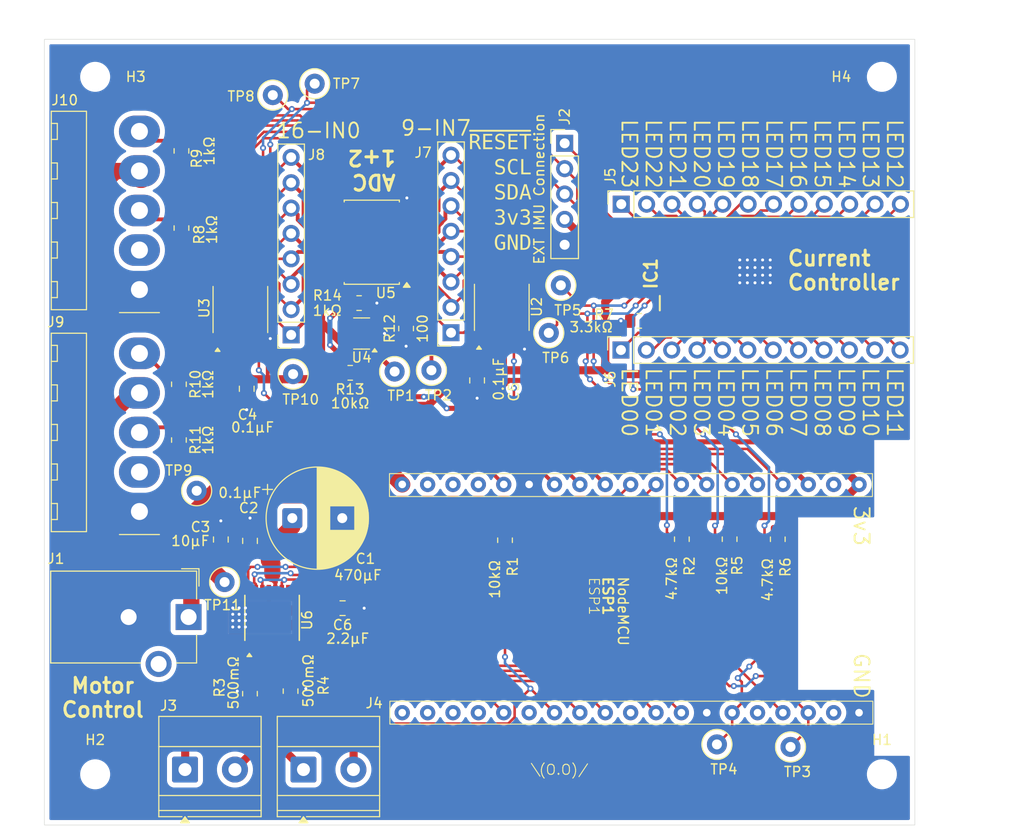
<source format=kicad_pcb>
(kicad_pcb (version 20241229) (generator "pcbnew") (generator_version "9.0")
  (title_block (title "Soft Keyboard Platform Controller PCB") (date "2025-10-30") (rev "v1.5") (company "CalPoly SLO ME 507 Fall 2025"))
  (layers (0 "F.Cu" signal) (2 "B.Cu" signal) (13 "F.Paste" user) (15 "B.Paste" user) (5 "F.SilkS" user "F.Silkscreen") (7 "B.SilkS" user "B.Silkscreen") (1 "F.Mask" user) (3 "B.Mask" user) (25 "Edge.Cuts" user))
  (net 0 "")
  (net 1 "GND")
  (net 2 "+3V3")
  (net 4 "SCL")
  (net 5 "Net-(U6-VM)")
  (net 8 "SDA")
  (net 9 "Net-(U6-VINT)")
  (net 10 "Net-(ESP1-GPIO19{slash}CIPO)")
  (net 11 "~{Multi}")
  (net 12 "s1")
  (net 13 "Net-(ESP1-GPIO16{slash}RX2)")
  (net 14 "s3")
  (net 15 "Net-(ESP1-GPIO17{slash}TX2)")
  (net 16 "s2")
  (net 17 "Net-(ESP1-GPIO18{slash}SCK)")
  (net 18 "Net-(ESP1-GPIO1{slash}TX0)")
  (net 20 "Net-(ESP1-GPIO12)")
  (net 21 "Net-(ESP1-GPIO2)")
  (net 22 "5v")
  (net 25 "Net-(ESP1-GPIO27)")
  (net 26 "I_Op")
  (net 30 "Net-(ESP1-GPIO13)")
  (net 33 "s0")
  (net 34 "Net-(IC1-LED17)")
  (net 35 "Net-(IC1-LED9)")
  (net 36 "Net-(IC1-LED13)")
  (net 37 "Net-(IC1-LED18)")
  (net 38 "Net-(IC1-LED16)")
  (net 39 "Net-(IC1-LED23)")
  (net 40 "Net-(IC1-LED2)")
  (net 41 "Net-(IC1-LED21)")
  (net 42 "Net-(IC1-LED5)")
  (net 43 "Net-(IC1-LED3)")
  (net 44 "Net-(IC1-LED19)")
  (net 45 "Net-(IC1-LED11)")
  (net 46 "Net-(IC1-LED1)")
  (net 47 "Net-(IC1-LED14)")
  (net 48 "Net-(IC1-LED8)")
  (net 49 "Net-(IC1-LED12)")
  (net 50 "Net-(IC1-LED20)")
  (net 51 "Net-(IC1-LED4)")
  (net 52 "Net-(IC1-LED15)")
  (net 53 "Net-(IC1-LED0)")
  (net 54 "Net-(IC1-LED22)")
  (net 55 "Net-(IC1-LED6)")
  (net 56 "Net-(IC1-LED10)")
  (net 57 "Net-(IC1-LED7)")
  (net 58 "Net-(J3-Pin_2)")
  (net 59 "Net-(J3-Pin_1)")
  (net 60 "Net-(J4-Pin_1)")
  (net 61 "Net-(J4-Pin_2)")
  (net 62 "Net-(J8-Pin_3)")
  (net 63 "Net-(J8-Pin_2)")
  (net 64 "Net-(J8-Pin_4)")
  (net 65 "Net-(J8-Pin_6)")
  (net 66 "Net-(J8-Pin_8)")
  (net 67 "Net-(J8-Pin_5)")
  (net 68 "Net-(J8-Pin_7)")
  (net 69 "Net-(J8-Pin_1)")
  (net 72 "Net-(IC1-REXT)")
  (net 73 "Net-(ESP1-GPIO4)")
  (net 74 "Net-(ESP1-GPIO14)")
  (net 75 "Net-(U6-AISEN)")
  (net 76 "Net-(U6-BISEN)")
  (net 77 "Net-(U4-+)")
  (net 78 "Net-(U4--)")
  (net 79 "Net-(J9-Pin_3)")
  (net 80 "Net-(J10-Pin_3)")
  (net 81 "Net-(J7-Pin_3)")
  (net 82 "Net-(J7-Pin_2)")
  (net 83 "Net-(J7-Pin_4)")
  (net 84 "Net-(J7-Pin_6)")
  (net 85 "Net-(J7-Pin_5)")
  (net 86 "Net-(J7-Pin_1)")
  (net 87 "Net-(J7-Pin_7)")
  (net 88 "Net-(J7-Pin_8)")
  (net 89 "Net-(J9-Pin_5)")
  (net 92 "Net-(J10-Pin_5)")
  (net 93 "Net-(ESP1-GPI34{slash}ADC6)")
  (net 94 "Net-(ESP1-GPI39{slash}ADC3)")
  (footprint "Resistor_SMD:R_0805_2012Metric" (layer "F.Cu") (at 225.8 93.3 -90)
    (property "Reference" "R6")
    (property "Value" "4.7kΩ")
  )
  (footprint "Resistor_SMD:R_0805_2012Metric" (layer "F.Cu") (at 172.974 108.765 90)
    (property "Reference" "R3")
    (property "Value" "500mΩ")
  )
  (footprint "Connector_PinHeader_2.54mm:PinHeader_1x05_P2.54mm_Vertical" (layer "F.Cu") (at 204.47 53.647)
    (property "Reference" "J2")
    (property "Value" "EXT IMU Connection")
  )
  (footprint "Resistor_SMD:R_0805_2012Metric" (layer "F.Cu") (at 183.896 69.649 180)
    (property "Reference" "R14")
    (property "Value" "1kΩ")
  )
  (footprint "Connector_BarrelJack:BarrelJack_CUI_PJ-102AH_Horizontal" (layer "F.Cu") (at 166.83 101.091 -90)
    (property "Reference" "J1")
    (property "Value" "Barrel_Jack_Switch")
  )
  (footprint "SamacSys_Parts:SOP50P640X110-39N" (layer "F.Cu") (at 218.9942 66.7294 90)
    (property "Reference" "IC1")
    (property "Value" "PCA9956BTWY" (hide yes))
  )
  (footprint "Capacitor_SMD:C_0805_2012Metric" (layer "F.Cu") (at 195.707 77.396 -90)
    (property "Reference" "C5")
    (property "Value" "0.1μF")
  )
  (footprint "Connector_Molex:Molex_KK-396_A-41792-0005_1x05_P3.96mm_Horizontal" (layer "F.Cu") (at 161.91 68.298 90)
    (property "Reference" "J10")
    (property "Value" "Motor Encoder 1")
  )
  (footprint "TerminalBlock_Phoenix:TerminalBlock_Phoenix_MKDS-1,5-2_1x02_P5.00mm_Horizontal" (layer "F.Cu") (at 166.47 116.365)
    (property "Reference" "J3")
    (property "Value" "Motor 1")
  )
  (footprint "Package_SO:TSSOP-16_4.4x5mm_P0.65mm" (layer "F.Cu") (at 172.014 70.295 90)
    (property "Reference" "U3")
    (property "Value" "ADC128D818")
  )
  (footprint "MountingHole:MountingHole_2.5mm" (layer "F.Cu") (at 157.48 116.84)
    (property "Reference" "H2")
    (property "Value" "MountingHole")
  )
  (footprint "Resistor_SMD:R_0805_2012Metric" (layer "F.Cu") (at 211.9395 71.427)
    (property "Reference" "R7")
    (property "Value" "3.3kΩ")
  )
  (footprint "Resistor_SMD:R_0805_2012Metric" (layer "F.Cu") (at 198.501 93.398 -90)
    (property "Reference" "R1")
    (property "Value" "10kΩ")
  )
  (footprint "Resistor_SMD:R_0805_2012Metric" (layer "F.Cu") (at 177.038 108.511 90)
    (property "Reference" "R4")
    (property "Value" "500mΩ")
  )
  (footprint "Resistor_SMD:R_0805_2012Metric" (layer "F.Cu") (at 165.862 77.777 90)
    (property "Reference" "R10")
    (property "Value" "1kΩ")
  )
  (footprint "Resistor_SMD:R_0805_2012Metric" (layer "F.Cu") (at 166.116 54.409 90)
    (property "Reference" "R9")
    (property "Value" "1kΩ")
  )
  (footprint "TestPoint:TestPoint_Loop_D1.80mm_Drill1.0mm_Beaded" (layer "F.Cu") (at 179.451 47.678)
    (property "Reference" "TP7")
    (property "Value" "TestPoint")
  )
  (footprint "Capacitor_THT:CP_Radial_D10.0mm_P5.00mm" (layer "F.Cu") (at 177.210323 91.186)
    (property "Reference" "C1")
    (property "Value" "470μF")
  )
  (footprint "TerminalBlock_Phoenix:TerminalBlock_Phoenix_MKDS-1,5-2_1x02_P5.00mm_Horizontal" (layer "F.Cu") (at 178.328 116.365)
    (property "Reference" "J4")
    (property "Value" "Motor 2")
  )
  (footprint "ME507F24:ESP32_NodeMCU_KeeYees" (layer "F.Cu") (at 213.614 99.24 -90)
    (property "Reference" "ESP1")
    (property "Value" "NodeMCU")
  )
  (footprint "TestPoint:TestPoint_Loop_D1.80mm_Drill1.0mm_Beaded" (layer "F.Cu") (at 202.8825 72.6335)
    (property "Reference" "TP6")
    (property "Value" "TestPoint")
  )
  (footprint "TestPoint:TestPoint_Loop_D1.80mm_Drill1.0mm_Beaded" (layer "F.Cu") (at 170.434 97.589)
    (property "Reference" "TP11")
    (property "Value" "TestPoint")
  )
  (footprint "TestPoint:TestPoint_Loop_D1.80mm_Drill1.0mm_Beaded" (layer "F.Cu") (at 191.135 76.38)
    (property "Reference" "TP2")
    (property "Value" "TestPoint")
  )
  (footprint "TestPoint:TestPoint_Loop_D1.80mm_Drill1.0mm_Beaded" (layer "F.Cu") (at 219.71 113.845)
    (property "Reference" "TP4")
    (property "Value" "TestPoint")
  )
  (footprint "Resistor_SMD:R_0805_2012Metric" (layer "F.Cu") (at 220.98 93.2945 -90)
    (property "Reference" "R5")
    (property "Value" "10kΩ")
  )
  (footprint "Connector_PinSocket_2.54mm:PinSocket_1x08_P2.54mm_Vertical" (layer "F.Cu") (at 177.094 72.835 180)
    (property "Reference" "J8")
    (property "Value" "Conn_01x08_Socket" (hide yes))
  )
  (footprint "Resistor_SMD:R_0805_2012Metric" (layer "F.Cu") (at 183.007 76.634)
    (property "Reference" "R13")
    (property "Value" "10kΩ")
  )
  (footprint "Connector_PinSocket_2.54mm:PinSocket_1x08_P2.54mm_Vertical" (layer "F.Cu") (at 193.0964 72.6168 180)
    (property "Reference" "J7")
    (property "Value" "Conn_01x08_Socket")
  )
  (footprint "Capacitor_SMD:C_0805_2012Metric" (layer "F.Cu") (at 182.245 100.203 180)
    (property "Reference" "C6")
    (property "Value" "2.2μF")
  )
  (footprint "Resistor_SMD:R_0805_2012Metric" (layer "F.Cu") (at 188.6002 72.1981 90)
    (property "Reference" "R12")
    (property "Value" "100")
  )
  (footprint "MountingHole:MountingHole_2.5mm" (layer "F.Cu") (at 236.22 116.84)
    (property "Reference" "H1")
    (property "Value" "MountingHole")
  )
  (footprint "Connector_PinSocket_2.54mm:PinSocket_1x12_P2.54mm_Vertical" (layer "F.Cu") (at 210.1042 74.3494 90)
    (property "Reference" "J6")
    (property "Value" "Conn_01x12_Socket")
  )
  (footprint "Capacitor_SMD:C_0805_2012Metric" (layer "F.Cu") (at 170.0581 93.3268 -90)
    (property "Reference" "C3")
    (property "Value" "10μF")
  )
  (footprint "MountingHole:MountingHole_2.5mm" (layer "F.Cu") (at 157.48 46.99)
    (property "Reference" "H3")
    (property "Value" "MountingHole")
  )
  (footprint "TestPoint:TestPoint_Loop_D1.80mm_Drill1.0mm_Beaded" (layer "F.Cu") (at 175.26 48.821)
    (property "Reference" "TP8")
    (property "Value" "TestPoint")
  )
  (footprint "Package_SO:TSSOP-16_4.4x5mm_P0.65mm" (layer "F.Cu") (at 198.1764 70.0768 90)
    (property "Reference" "U2")
    (property "Value" "ADC128D818")
  )
  (footprint "Capacitor_SMD:C_0805_2012Metric" (layer "F.Cu") (at 172.649 78.23 -90)
    (property "Reference" "C4")
    (property "Value" "0.1μF")
  )
  (footprint "TestPoint:TestPoint_Loop_D1.80mm_Drill1.0mm_Beaded" (layer "F.Cu") (at 187.452 76.507)
    (property "Reference" "TP1")
    (property "Value" "TestPoint")
  )
  (footprint "Capacitor_SMD:C_0805_2012Metric" (layer "F.Cu") (at 172.9791 93.464 -90)
    (property "Reference" "C2")
    (property "Value" "0.1μF")
  )
  (footprint "TestPoint:TestPoint_Loop_D1.80mm_Drill1.0mm_Beaded" (layer "F.Cu") (at 177.292 76.761)
    (property "Reference" "TP10")
    (property "Value" "TestPoint")
  )
  (footprint "Resistor_SMD:R_0805_2012Metric" (layer "F.Cu") (at 216.2 93.2945 -90)
    (property "Reference" "R2")
    (property "Value" "4.7kΩ")
  )
  (footprint "TestPoint:TestPoint_Loop_D1.80mm_Drill1.0mm_Beaded" (layer "F.Cu") (at 204.089 67.871)
    (property "Reference" "TP5")
    (property "Value" "TestPoint")
  )
  (footprint "Connector_Molex:Molex_KK-396_A-41792-0005_1x05_P3.96mm_Horizontal" (layer "F.Cu") (at 161.91 90.523 90)
    (property "Reference" "J9")
    (property "Value" "Motor Encoder 2")
  )
  (footprint "Resistor_SMD:R_0805_2012Metric" (layer "F.Cu") (at 166.116 62.1325 90)
    (property "Reference" "R8")
    (property "Value" "1kΩ")
  )
  (footprint "MountingHole:MountingHole_2.5mm" (layer "F.Cu") (at 236.22 46.99)
    (property "Reference" "H4")
    (property "Value" "MountingHole")
  )
  (footprint "Package_TO_SOT_SMD:SOT-23-5" (layer "F.Cu") (at 184.15 72.697 180)
    (property "Reference" "U4")
    (property "Value" "TL071")
  )
  (footprint "Resistor_SMD:R_0805_2012Metric" (layer "F.Cu") (at 165.862 83.365 90)
    (property "Reference" "R11")
    (property "Value" "1kΩ")
  )
  (footprint "Connector_PinSocket_2.54mm:PinSocket_1x12_P2.54mm_Vertical" (layer "F.Cu") (at 210.1332 59.7444 90)
    (property "Reference" "J5")
    (property "Value" "Conn_01x12_Socket")
  )
  (footprint "Package_SO:TSSOP-16-1EP_4.4x5mm_P0.65mm" (layer "F.Cu") (at 175.1875 101.172 90)
    (property "Reference" "U6")
    (property "Value" "DRV8848")
  )
  (footprint "TestPoint:TestPoint_Loop_D1.80mm_Drill1.0mm_Beaded" (layer "F.Cu") (at 167.64 88.445)
    (property "Reference" "TP9")
    (property "Value" "TestPoint")
  )
  (footprint "TestPoint:TestPoint_Loop_D1.80mm_Drill1.0mm_Beaded" (layer "F.Cu") (at 227.076 114.099)
    (property "Reference" "TP3")
    (property "Value" "TestPoint")
  )
  (footprint "Package_SO:SSOP-24_5.3x8.2mm_P0.65mm" (layer "F.Cu") (at 185.166 63.553 180)
    (property "Reference" "U5")
    (property "Value" "CD74HC4067SM")
  )
  (gr_rect (start 152.4 43.233) (end 239.522 121.92) (stroke (width 0.05)) (fill no) (layer "Edge.Cuts"))
  (gr_text "Current \nController" (at 226.6386 68.4592 0) (layer "F.SilkS") (effects (font (size 1.5 1.5) (thickness 0.3) (bold yes)) (justify left bottom)))
  (gr_text "9-IN7" (at 187.96 52.123 0) (layer "F.SilkS") (effects (font (size 1.5 1.5) (thickness 0.1875)) (justify left)))
  (gr_text "Motor\nControl" (at 158.242 111.252 0) (layer "F.SilkS") (effects (font (size 1.5 1.5) (thickness 0.3) (bold yes)) (justify bottom)))
  (gr_text "GND\n" (at 233.299 104.574 270) (layer "F.SilkS") (effects (font (size 1.5 1.5) (thickness 0.1875)) (justify left bottom)))
  (gr_text "\\(O.O)/" (at 201.168 116.967 0) (layer "F.SilkS") (effects (font (size 1 1) (thickness 0.1)) (justify left bottom)))
  (gr_text "ADC \n1+2" (at 187.706 54.229 180) (layer "F.SilkS") (effects (font (size 1.5 1.5) (thickness 0.3) (bold yes)) (justify left bottom)))
  (gr_text "LED12\nLED13\nLED14\nLED15\nLED16\nLED17\nLED18\nLED19\nLED20\nLED21\nLED22\nLED23" (at 210.058 51.107 270) (layer "F.SilkS") (effects (font (size 1.5 1.5) (thickness 0.1875)) (justify left bottom)))
  (gr_text "3v3" (at 233.299 89.842 270) (layer "F.SilkS") (effects (font (size 1.5 1.5) (thickness 0.1875)) (justify left bottom)))
  (gr_text "LED11\nLED10\nLED09\nLED08\nLED07\nLED06\nLED05\nLED04\nLED03\nLED02\nLED01\nLED00" (at 210.058 75.999 270) (layer "F.SilkS") (effects (font (size 1.5 1.5) (thickness 0.1875)) (justify left bottom)))
  (gr_text "16-IN0" (at 175.514 52.377 0) (layer "F.SilkS") (effects (font (size 1.5 1.5) (thickness 0.1875)) (justify left)))
  (gr_text "~{RESET}\nSCL\nSDA\n3v3\nGND" (at 201.168 64.569 0) (layer "F.SilkS") (effects (font (size 1.5 1.5) (thickness 0.1875)) (justify right bottom)))
  (segment (start 185.2875 72.697) (end 186.436 72.697) (width 0.508) (layer "F.Cu") (net 1))
  (segment (start 173.845 100.437) (end 172.666 100.437) (width 1.6256) (layer "F.Cu") (net 1))
  (segment (start 221.8704 66.7294) (end 221.996 66.855) (width 0.254) (layer "F.Cu") (net 1))
  (segment (start 220.9942 64.7294) (end 218.9942 66.7294) (width 0.254) (layer "F.Cu") (net 1))
  (segment (start 217.8882 66.7294) (end 218.9942 66.7294) (width 0.254) (layer "F.Cu") (net 1))
  (segment (start 220.9942 69.6544) (end 220.9942 68.7294) (width 0.254) (layer "F.Cu") (net 1))
  (segment (start 172.974 109.781) (end 171.704 108.511) (width 0.381) (layer "F.Cu") (net 1))
  (segment (start 178.2045 108.257) (end 177.038 109.4235) (width 0.381) (layer "F.Cu") (net 1))
  (segment (start 174.8625 100.3145) (end 174.74 100.437) (width 0.381) (layer "F.Cu") (net 1))
  (segment (start 172.649 79.18) (end 172.649 80.328) (width 0.8128) (layer "F.Cu") (net 1))
  (segment (start 199.8014 73.6068) (end 199.8014 72.9393) (width 0.254) (layer "F.Cu") (net 1))
  (segment (start 184.8085 69.649) (end 185.674 69.649) (width 0.508) (layer "F.Cu") (net 1))
  (segment (start 216.4942 69.6544) (end 214.9942 69.6544) (width 0.2) (layer "F.Cu") (net 1))
  (segment (start 220.9942 63.8044) (end 220.9942 64.7294) (width 0.254) (layer "F.Cu") (net 1))
  (segment (start 188.6764 59.9676) (end 188.666 59.978) (width 0.381) (layer "F.Cu") (net 1))
  (segment (start 173.919054 72.092) (end 174.289 72.461946) (width 0.254) (layer "F.Cu") (net 1))
  (segment (start 188.6002 73.967) (end 188.6002 73.1106) (width 0.508) (layer "F.Cu") (net 1))
  (segment (start 215.9942 68.6234) (end 217.8882 66.7294) (width 0.254) (layer "F.Cu") (net 1))
  (segment (start 171.689 73.1575) (end 171.689 72.420001) (width 0.254) (layer "F.Cu") (net 1))
  (segment (start 178.562 108.257) (end 178.2045 108.257) (width 0.381) (layer "F.Cu") (net 1))
  (segment (start 174.289 72.461946) (end 174.289 73.1575) (width 0.254) (layer "F.Cu") (net 1))
  (segment (start 215.9942 69.6544) (end 215.9942 68.6234) (width 0.254) (layer "F.Cu") (net 1))
  (segment (start 195.707 78.346) (end 195.707 79.174) (width 0.8128) (layer "F.Cu") (net 1))
  (segment (start 220.9942 68.7294) (end 218.9942 66.7294) (width 0.254) (layer "F.Cu") (net 1))
  (segment (start 218.3882 66.7294) (end 218.9942 66.7294) (width 0.254) (layer "F.Cu") (net 1))
  (segment (start 200.4514 74.2568) (end 199.8014 73.6068) (width 0.254) (layer "F.Cu") (net 1))
  (segment (start 217.8442 66.7294) (end 218.9942 66.7294) (width 0.254) (layer "F.Cu") (net 1))
  (segment (start 222.9942 69.6544) (end 222.9942 68.0254) (width 0.254) (layer "F.Cu") (net 1))
  (segment (start 216.4942 69.6544) (end 216.4942 69.1234) (width 0.2) (layer "F.Cu") (net 1))
  (segment (start 222.9942 67.8532) (end 222.758 67.617) (width 0.254) (layer "F.Cu") (net 1))
  (segment (start 170.0581 92.3768) (end 170.0581 91.4574) (width 0.8128) (layer "F.Cu") (net 1))
  (segment (start 174.8625 98.397) (end 174.8625 100.3145) (width 0.381) (layer "F.Cu") (net 1))
  (segment (start 199.8014 72.153942) (end 199.8014 72.9393) (width 0.381) (layer "F.Cu") (net 1))
  (segment (start 222.9942 69.6544) (end 222.9942 67.8532) (width 0.254) (layer "F.Cu") (net 1))
  (segment (start 200.4514 72.803942) (end 200.4514 72.9393) (width 0.381) (layer "F.Cu") (net 1))
  (segment (start 171.689 72.420001) (end 172.017001 72.092) (width 0.254) (layer "F.Cu") (net 1))
  (segment (start 216.4942 63.8044) (end 216.4942 64.8354) (width 0.254) (layer "F.Cu") (net 1))
  (segment (start 197.8514 72.9393) (end 197.8514 72.153942) (width 0.381) (layer "F.Cu") (net 1))
  (segment (start 222.9942 68.0254) (end 221.6982 66.7294) (width 0.254) (layer "F.Cu") (net 1))
  (segment (start 173.845 100.437) (end 176.53 100.437) (width 1.6256) (layer "F.Cu") (net 1))
  (segment (start 215.4942 69.6544) (end 215.4942 69.0794) (width 0.254) (layer "F.Cu") (net 1))
  (segment (start 173.101 101.907) (end 172.466 101.272) (width 1.6256) (layer "F.Cu") (net 1))
  (segment (start 211.027 71.427) (end 210.1018 71.427) (width 0.254) (layer "F.Cu") (net 1))
  (segment (start 217.9192 66.7294) (end 218.9942 66.7294) (width 0.254) (layer "F.Cu") (net 1))
  (segment (start 215.4942 69.0794) (end 217.8442 66.7294) (width 0.254) (layer "F.Cu") (net 1))
  (segment (start 199.457758 71.8103) (end 199.8014 72.153942) (width 0.381) (layer "F.Cu") (net 1))
  (segment (start 197.8514 72.153942) (end 198.195042 71.8103) (width 0.381) (layer "F.Cu") (net 1))
  (segment (start 198.195042 71.8103) (end 199.457758 71.8103) (width 0.381) (layer "F.Cu") (net 1))
  (segment (start 176.53 101.907) (end 173.845 101.907) (width 1.6256) (layer "F.Cu") (net 1))
  (segment (start 175.006 73.205) (end 174.3365 73.205) (width 0.381) (layer "F.Cu") (net 1))
  (segment (start 214.9942 69.6544) (end 217.9192 66.7294) (width 0.254) (layer "F.Cu") (net 1))
  (segment (start 221.6982 66.7294) (end 218.9942 66.7294) (width 0.254) (layer "F.Cu") (net 1))
  (segment (start 173.845 101.907) (end 173.101 101.907) (width 1.6256) (layer "F.Cu") (net 1))
  (segment (start 216.4942 69.1234) (end 215.9942 68.6234) (width 0.2) (layer "F.Cu") (net 1))
  (segment (start 200.4514 74.2568) (end 200.4514 72.9393) (width 0.254) (layer "F.Cu") (net 1))
  (segment (start 172.9791 92.514) (end 172.9791 91.178) (width 0.8128) (layer "F.Cu") (net 1))
  (segment (start 221.1002 66.7294) (end 218.9942 66.7294) (width 0.254) (layer "F.Cu") (net 1))
  (segment (start 172.666 100.437) (end 172.466 100.637) (width 1.6256) (layer "F.Cu") (net 1))
  (segment (start 188.6764 59.119) (end 188.6764 59.9676) (width 0.381) (layer "F.Cu") (net 1))
  (segment (start 216.4942 64.8354) (end 218.3882 66.7294) (width 0.254) (layer "F.Cu") (net 1))
  (segment (start 174.3365 73.205) (end 174.289 73.1575) (width 0.381) (layer "F.Cu") (net 1))
  (segment (start 222.9942 64.8354) (end 221.1002 66.7294) (width 0.254) (layer "F.Cu") (net 1))
  (segment (start 222.9942 63.8044) (end 222.9942 64.8354) (width 0.254) (layer "F.Cu") (net 1))
  (segment (start 183.195 100.203) (end 184.404 100.203) (width 0.254) (layer "F.Cu") (net 1))
  (segment (start 172.017001 72.092) (end 173.919054 72.092) (width 0.254) (layer "F.Cu") (net 1))
  (via (at 172.520718 100.815626) (size 0.6) (drill 0.3) (layers "F.Cu" "B.Cu") (net 1))
  (via (at 188.6002 73.967) (size 0.6) (drill 0.3) (layers "F.Cu" "B.Cu") (net 1))
  (via (at 171.250718 101.450626) (size 0.6) (drill 0.3) (layers "F.Cu" "B.Cu") (net 1))
  (via (at 225.044 66.093) (size 0.6) (drill 0.3) (layers "F.Cu" "B.Cu") (net 1))
  (via (at 184.404 100.203) (size 0.6) (drill 0.3) (layers "F.Cu" "B.Cu") (net 1))
  (via (at 222.758 67.617) (size 0.6) (drill 0.3) (layers "F.Cu" "B.Cu") (net 1))
  (via (at 200.4514 74.2568) (size 0.6) (drill 0.3) (layers "F.Cu" "B.Cu") (net 1))
  (via (at 224.282 67.617) (size 0.6) (drill 0.3) (layers "F.Cu" "B.Cu") (net 1))
  (via (at 223.52 66.855) (size 0.6) (drill 0.3) (layers "F.Cu" "B.Cu") (net 1))
  (via (at 223.52 65.331) (size 0.6) (drill 0.3) (layers "F.Cu" "B.Cu") (net 1))
  (via (at 222.758 66.855) (size 0.6) (drill 0.3) (layers "F.Cu" "B.Cu") (net 1))
  (via (at 221.996 66.093) (size 0.6) (drill 0.3) (layers "F.Cu" "B.Cu") (net 1))
  (via (at 172.520718 102.085626) (size 0.6) (drill 0.3) (layers "F.Cu" "B.Cu") (net 1))
  (via (at 224.282 66.093) (size 0.6) (drill 0.3) (layers "F.Cu" "B.Cu") (net 1))
  (via (at 171.250718 100.180626) (size 0.6) (drill 0.3) (layers "F.Cu" "B.Cu") (net 1))
  (via (at 188.6764 59.119) (size 0.6) (drill 0.3) (layers "F.Cu" "B.Cu") (net 1))
  (via (at 175.006 73.205) (size 0.6) (drill 0.3) (layers "F.Cu" "B.Cu") (net 1))
  (via (at 221.996 65.331) (size 0.6) (drill 0.3) (layers "F.Cu" "B.Cu") (net 1))
  (via (at 224.282 65.331) (size 0.6) (drill 0.3) (layers "F.Cu" "B.Cu") (net 1))
  (via (at 171.250718 100.815626) (size 0.6) (drill 0.3) (layers "F.Cu" "B.Cu") (net 1))
  (via (at 195.707 79.174) (size 0.6) (drill 0.3) (layers "F.Cu" "B.Cu") (net 1))
  (via (at 185.674 69.649) (size 0.6) (drill 0.3) (layers "F.Cu" "B.Cu") (net 1))
  (via (at 178.562 108.257) (size 0.6) (drill 0.3) (layers "F.Cu" "B.Cu") (net 1))
  (via (at 221.996 67.617) (size 0.6) (drill 0.3) (layers "F.Cu" "B.Cu") (net 1))
  (via (at 225.044 67.617) (size 0.6) (drill 0.3) (layers "F.Cu" "B.Cu") (net 1))
  (via (at 225.044 65.331) (size 0.6) (drill 0.3) (layers "F.Cu" "B.Cu") (net 1))
  (via (at 171.885718 100.815626) (size 0.6) (drill 0.3) (layers "F.Cu" "B.Cu") (net 1))
  (via (at 172.9791 91.178) (size 0.6) (drill 0.3) (layers "F.Cu" "B.Cu") (net 1))
  (via (at 172.649 80.328) (size 0.6) (drill 0.3) (layers "F.Cu" "B.Cu") (net 1))
  (via (at 171.885718 102.085626) (size 0.6) (drill 0.3) (layers "F.Cu" "B.Cu") (net 1))
  (via (at 224.282 66.855) (size 0.6) (drill 0.3) (layers "F.Cu" "B.Cu") (net 1))
  (via (at 172.520718 101.450626) (size 0.6) (drill 0.3) (layers "F.Cu" "B.Cu") (net 1))
  (via (at 171.250718 102.085626) (size 0.6) (drill 0.3) (layers "F.Cu" "B.Cu") (net 1))
  (via (at 210.1018 71.427) (size 0.6) (drill 0.3) (layers "F.Cu" "B.Cu") (net 1))
  (via (at 171.885718 101.450626) (size 0.6) (drill 0.3) (layers "F.Cu" "B.Cu") (net 1))
  (via (at 221.996 66.855) (size 0.6) (drill 0.3) (layers "F.Cu" "B.Cu") (net 1))
  (via (at 171.885718 100.180626) (size 0.6) (drill 0.3) (layers "F.Cu" "B.Cu") (net 1))
  (via (at 171.704 108.511) (size 0.6) (drill 0.3) (layers "F.Cu" "B.Cu") (net 1))
  (via (at 222.758 66.093) (size 0.6) (drill 0.3) (layers "F.Cu" "B.Cu") (net 1))
  (via (at 172.520718 100.180626) (size 0.6) (drill 0.3) (layers "F.Cu" "B.Cu") (net 1))
  (via (at 223.52 67.617) (size 0.6) (drill 0.3) (layers "F.Cu" "B.Cu") (net 1))
  (via (at 170.0581 91.4574) (size 0.6) (drill 0.3) (layers "F.Cu" "B.Cu") (net 1))
  (via (at 186.436 72.697) (size 0.6) (drill 0.3) (layers "F.Cu" "B.Cu") (net 1))
  (via (at 223.52 66.093) (size 0.6) (drill 0.3) (layers "F.Cu" "B.Cu") (net 1))
  (via (at 222.758 65.331) (size 0.6) (drill 0.3) (layers "F.Cu" "B.Cu") (net 1))
  (via (at 225.044 66.855) (size 0.6) (drill 0.3) (layers "F.Cu" "B.Cu") (net 1))
  (segment (start 179.578 77.269) (end 177.8 77.269) (width 0.8128) (layer "F.Cu") (net 2))
  (segment (start 208.534 75.694) (end 208.534 69.522) (width 0.8128) (layer "F.Cu") (net 2))
  (segment (start 233.934 87.81) (end 231.394 90.35) (width 0.8128) (layer "F.Cu") (net 2))
  (segment (start 198.5014 72.9393) (end 198.5014 76.3796) (width 0.381) (layer "F.Cu") (net 2))
  (segment (start 180.086 77.269) (end 180.086 76.761) (width 0.8128) (layer "F.Cu") (net 2))
  (segment (start 172.339 73.1575) (end 172.339 76.97) (width 0.381) (layer "F.Cu") (net 2))
  (segment (start 222.885 76.761) (end 209.601 76.761) (width 0.8128) (layer "F.Cu") (net 2))
  (segment (start 182.179 73.647) (end 180.086 71.554) (width 0.8128) (layer "F.Cu") (net 2))
  (segment (start 222.123 90.985) (end 222.123 91.239) (width 0.8128) (layer "F.Cu") (net 2))
  (segment (start 212.9642 65.0918) (end 212.9642 65.077) (width 0.8128) (layer "F.Cu") (net 2))
  (segment (start 222.123 91.239) (end 220.98 92.382) (width 0.8128) (layer "F.Cu") (net 2))
  (segment (start 176.773 77.28) (end 172.649 77.28) (width 0.8128) (layer "F.Cu") (net 2))
  (segment (start 198.5014 76.3796) (end 198.501 76.38) (width 0.381) (layer "F.Cu") (net 2))
  (segment (start 217.4005 90.985) (end 216.154 92.2315) (width 0.8128) (layer "F.Cu") (net 2))
  (segment (start 177.292 76.761) (end 176.773 77.28) (width 0.8128) (layer "F.Cu") (net 2))
  (segment (start 174.752 75.055858) (end 173.639 73.942858) (width 0.381) (layer "F.Cu") (net 2))
  (segment (start 182.753 79.936) (end 190.754 79.936) (width 0.8128) (layer "F.Cu") (net 2))
  (segment (start 174.752 77.28) (end 174.752 75.055858) (width 0.381) (layer "F.Cu") (net 2))
  (segment (start 227.156 90.985) (end 227.791 90.35) (width 0.8128) (layer "F.Cu") (net 2))
  (segment (start 200.0015 90.985) (end 217.678 90.985) (width 0.8128) (layer "F.Cu") (net 2))
  (segment (start 209.601 76.761) (end 209.22 76.38) (width 0.8128) (layer "F.Cu") (net 2))
  (segment (start 180.097 77.28) (end 182.753 79.936) (width 0.8128) (layer "F.Cu") (net 2))
  (segment (start 233.934 87.81) (end 222.885 76.761) (width 0.8128) (layer "F.Cu") (net 2))
  (segment (start 198.501 92.4855) (end 200.0015 90.985) (width 0.8128) (layer "F.Cu") (net 2))
  (segment (start 231.394 90.35) (end 227.791 90.35) (width 0.8128) (layer "F.Cu") (net 2))
  (segment (start 181.5086 67.2854) (end 181.666 67.2854) (width 0.8128) (layer "F.Cu") (net 2))
  (segment (start 180.097 77.28) (end 180.086 77.269) (width 0.8128) (layer "F.Cu") (net 2))
  (segment (start 194.31 76.38) (end 198.501 76.38) (width 0.8128) (layer "F.Cu") (net 2))
  (segment (start 209.6135 68.4425) (end 209.6135 66.4105) (width 0.8128) (layer "F.Cu") (net 2))
  (segment (start 217.678 90.985) (end 222.123 90.985) (width 0.8128) (layer "F.Cu") (net 2))
  (segment (start 183.0125 73.647) (end 182.179 73.647) (width 0.8128) (layer "F.Cu") (net 2))
  (segment (start 190.754 79.936) (end 194.31 76.38) (width 0.8128) (layer "F.Cu") (net 2))
  (segment (start 180.086 76.761) (end 179.578 77.269) (width 0.8128) (layer "F.Cu") (net 2))
  (segment (start 177.8 77.269) (end 177.292 76.761) (width 0.8128) (layer "F.Cu") (net 2))
  (segment (start 222.123 90.985) (end 227.156 90.985) (width 0.8128) (layer "F.Cu") (net 2))
  (segment (start 180.086 68.708) (end 181.5086 67.2854) (width 0.8128) (layer "F.Cu") (net 2))
  (segment (start 209.601 76.761) (end 208.534 75.694) (width 0.8128) (layer "F.Cu") (net 2))
  (segment (start 209.6135 66.4105) (end 204.47 61.267) (width 0.8128) (layer "F.Cu") (net 2))
  (segment (start 180.086 76.761) (end 180.086 68.708) (width 0.8128) (layer "F.Cu") (net 2))
  (segment (start 227.791 90.35) (end 225.806 92.335) (width 0.8128) (layer "F.Cu") (net 2))
  (segment (start 172.649 77.28) (end 173.374 77.28) (width 0.381) (layer "F.Cu") (net 2))
  (segment (start 198.501 76.38) (end 209.22 76.38) (width 0.8128) (layer "F.Cu") (net 2))
  (segment (start 212.9642 65.077) (end 214.2368 63.8044) (width 0.8128) (layer "F.Cu") (net 2))
  (segment (start 172.339 76.97) (end 172.649 77.28) (width 0.381) (layer "F.Cu") (net 2))
  (segment (start 217.678 90.985) (end 217.4005 90.985) (width 0.8128) (layer "F.Cu") (net 2))
  (segment (start 208.534 69.522) (end 212.9642 65.0918) (width 0.8128) (layer "F.Cu") (net 2))
  (segment (start 173.639 73.942858) (end 173.639 73.1575) (width 0.381) (layer "F.Cu") (net 2))
  (segment (start 174.551 56.887532) (end 174.551 56.896) (width 0.254) (layer "F.Cu") (net 4))
  (segment (start 205.74 59.235) (end 205.74 57.457) (width 0.254) (layer "F.Cu") (net 4))
  (segment (start 227.076 114.099) (end 228.854 112.321) (width 0.254) (layer "F.Cu") (net 4))
  (segment (start 206.7466 70.703003) (end 203.708 70.703003) (width 0.254) (layer "F.Cu") (net 4))
  (segment (start 174.498 56.949) (end 174.498 60.632) (width 0.254) (layer "F.Cu") (net 4))
  (segment (start 228.77 110.67) (end 228.854 110.67) (width 0.254) (layer "F.Cu") (net 4))
  (segment (start 203.708 70.703003) (end 203.708 71.808) (width 0.254) (layer "F.Cu") (net 4))
  (segment (start 178.697 49.583) (end 197.866 49.583) (width 0.254) (layer "F.Cu") (net 4))
  (segment (start 214.704 91.8914) (end 214.704 92.6065) (width 0.254) (layer "F.Cu") (net 4))
  (segment (start 206.7466 75.301221) (end 206.7466 70.703003) (width 0.254) (layer "F.Cu") (net 4))
  (segment (start 215.4942 63.8044) (end 215.4942 65.9908) (width 0.254) (layer "F.Cu") (net 4))
  (segment (start 216.154 93.832) (end 216.154 94.0565) (width 0.254) (layer "F.Cu") (net 4))
  (segment (start 169.211 65.919) (end 169.211 68.250054) (width 0.254) (layer "F.Cu") (net 4))
  (segment (start 206.574221 75.4736) (end 206.7466 75.301221) (width 0.254) (layer "F.Cu") (net 4))
  (segment (start 178.689 49.591) (end 178.697 49.583) (width 0.254) (layer "F.Cu") (net 4))
  (segment (start 175.006 56.432532) (end 174.551 56.887532) (width 0.254) (layer "F.Cu") (net 4))
  (segment (start 216.154 93.832) (end 216.154 103.2) (width 0.254) (layer "F.Cu") (net 4))
  (segment (start 220.954 108) (end 221.4 108) (width 0.254) (layer "F.Cu") (net 4))
  (segment (start 203.708 71.808) (end 202.819 72.697) (width 0.254) (layer "F.Cu") (net 4))
  (segment (start 171.039 70.078054) (end 171.039 73.1575) (width 0.254) (layer "F.Cu") (net 4))
  (segment (start 174.551 56.896) (end 174.498 56.949) (width 0.254) (layer "F.Cu") (net 4))
  (segment (start 228.854 112.321) (end 228.854 110.67) (width 0.254) (layer "F.Cu") (net 4))
  (segment (start 175.006 53.766) (end 175.006 56.432532) (width 0.254) (layer "F.Cu") (net 4))
  (segment (start 214.704 92.6065) (end 216.154 94.0565) (width 0.254) (layer "F.Cu") (net 4))
  (segment (start 197.866 49.583) (end 204.47 56.187) (width 0.254) (layer "F.Cu") (net 4))
  (segment (start 203.708 70.703003) (end 198.569069 70.703003) (width 0.254) (layer "F.Cu") (net 4))
  (segment (start 223.6 107) (end 225.1 107) (width 0.254) (layer "F.Cu") (net 4))
  (segment (start 215.4942 62.7734) (end 215.0082 62.2874) (width 0.254) (layer "F.Cu") (net 4))
  (segment (start 216.154 103.2) (end 220.954 108) (width 0.254) (layer "F.Cu") (net 4))
  (segment (start 213.995 82.791) (end 213.172 82.791) (width 0.254) (layer "F.Cu") (net 4))
  (segment (start 178.689 48.313) (end 179.451 47.551) (width 0.254) (layer "F.Cu") (net 4))
  (segment (start 169.211 68.250054) (end 171.039 70.078054) (width 0.254) (layer "F.Cu") (net 4))
  (segment (start 215.0082 62.2874) (end 208.7924 62.2874) (width 0.254) (layer "F.Cu") (net 4))
  (segment (start 225.1 107) (end 228.77 110.67) (width 0.254) (layer "F.Cu") (net 4))
  (segment (start 174.498 60.632) (end 169.211 65.919) (width 0.254) (layer "F.Cu") (net 4))
  (segment (start 208.7924 62.2874) (end 205.74 59.235) (width 0.254) (layer "F.Cu") (net 4))
  (segment (start 215.4942 65.9908) (end 211.582 69.903) (width 0.254) (layer "F.Cu") (net 4))
  (segment (start 215.4942 63.8044) (end 215.4942 62.7734) (width 0.254) (layer "F.Cu") (net 4))
  (segment (start 213.172 82.791) (end 212.5146 82.791) (width 0.254) (layer "F.Cu") (net 4))
  (segment (start 212.5146 82.791) (end 207.01 77.2864) (width 0.254) (layer "F.Cu") (net 4))
  (segment (start 205.74 57.457) (end 204.47 56.187) (width 0.254) (layer "F.Cu") (net 4))
  (segment (start 178.689 49.591) (end 178.689 48.313) (width 0.254) (layer "F.Cu") (net 4))
  (segment (start 197.2014 72.070672) (end 197.2014 72.9393) (width 0.254) (layer "F.Cu") (net 4))
  (segment (start 198.569069 70.703003) (end 197.2014 72.070672) (width 0.254) (layer "F.Cu") (net 4))
  (via (at 178.689 49.591) (size 0.6) (drill 0.3) (layers "F.Cu" "B.Cu") (net 4))
  (via (at 223.6 107) (size 0.6) (drill 0.3) (layers "F.Cu" "B.Cu") (net 4))
  (via (at 214.704 91.8914) (size 0.6) (drill 0.3) (layers "F.Cu" "B.Cu") (net 4))
  (via (at 206.574221 75.4736) (size 0.6) (drill 0.3) (layers "F.Cu" "B.Cu") (net 4))
  (via (at 207.01 77.2864) (size 0.6) (drill 0.3) (layers "F.Cu" "B.Cu") (net 4))
  (via (at 175.006 53.766) (size 0.6) (drill 0.3) (layers "F.Cu" "B.Cu") (net 4))
  (via (at 206.7466 70.703003) (size 0.6) (drill 0.3) (layers "F.Cu" "B.Cu") (net 4))
  (via (at 221.4 108) (size 0.6) (drill 0.3) (layers "F.Cu" "B.Cu") (net 4))
  (via (at 213.995 82.791) (size 0.6) (drill 0.3) (layers "F.Cu" "B.Cu") (net 4))
  (via (at 211.582 69.903) (size 0.6) (drill 0.3) (layers "F.Cu" "B.Cu") (net 4))
  (segment (start 223.6 107) (end 222.6 108) (width 0.254) (layer "B.Cu") (net 4))
  (segment (start 206.574221 76.833221) (end 206.574221 75.4736) (width 0.254) (layer "B.Cu") (net 4))
  (segment (start 175.006 53.274) (end 178.689 49.591) (width 0.254) (layer "B.Cu") (net 4))
  (segment (start 214.704 83.5) (end 213.995 82.791) (width 0.254) (layer "B.Cu") (net 4))
  (segment (start 207.01 77.269) (end 206.574221 76.833221) (width 0.254) (layer "B.Cu") (net 4))
  (segment (start 206.7466 70.703003) (end 210.781997 70.703003) (width 0.254) (layer "B.Cu") (net 4))
  (segment (start 175.006 53.766) (end 175.006 53.274) (width 0.254) (layer "B.Cu") (net 4))
  (segment (start 207.01 77.2864) (end 207.01 77.269) (width 0.254) (layer "B.Cu") (net 4))
  (segment (start 210.781997 70.703003) (end 211.582 69.903) (width 0.254) (layer "B.Cu") (net 4))
  (segment (start 222.6 108) (end 221.4 108) (width 0.254) (layer "B.Cu") (net 4))
  (segment (start 214.704 91.8914) (end 214.704 83.5) (width 0.254) (layer "B.Cu") (net 4))
  (segment (start 174.303249 94.414) (end 174.879 94.989751) (width 1.6256) (layer "F.Cu") (net 5))
  (segment (start 167.105 97.2299) (end 167.105 100.742279) (width 1.6256) (layer "F.Cu") (net 5))
  (segment (start 169.9209 94.414) (end 168.08195 96.25295) (width 1.6256) (layer "F.Cu") (net 5))
  (segment (start 172.9791 94.414) (end 174.303249 94.414) (width 1.6256) (layer "F.Cu") (net 5))
  (segment (start 174.826 94.414) (end 177.210323 92.029677) (width 1.6256) (layer "F.Cu") (net 5))
  (segment (start 177.210323 92.029677) (end 177.210323 91.186) (width 1.6256) (layer "F.Cu") (net 5))
  (segment (start 169.09795 96.25295) (end 170.434 97.589) (width 1.6256) (layer "F.Cu") (net 5))
  (segment (start 168.08195 96.25295) (end 167.105 97.2299) (width 1.6256) (layer "F.Cu") (net 5))
  (segment (start 175.5125 98.397) (end 175.5125 97.5875) (width 0.381) (layer "F.Cu") (net 5))
  (segment (start 174.879 95.43) (end 175.214583 95.765583) (width 1.6256) (layer "F.Cu") (net 5))
  (segment (start 168.08195 96.25295) (end 169.09795 96.25295) (width 1.6256) (layer "F.Cu") (net 5))
  (segment (start 169.9209 94.414) (end 172.9791 94.414) (width 1.6256) (layer "F.Cu") (net 5))
  (segment (start 170.0581 94.2768) (end 170.371249 94.2768) (width 0.8128) (layer "F.Cu") (net 5))
  (segment (start 174.303249 94.414) (end 174.826 94.414) (width 1.6256) (layer "F.Cu") (net 5))
  (segment (start 167.105 100.742279) (end 166.77989 101.067389) (width 1.6256) (layer "F.Cu") (net 5))
  (segment (start 175.214583 95.765583) (end 175.214583 96.781583) (width 1.6256) (layer "F.Cu") (net 5))
  (segment (start 175.5125 97.5875) (end 175.387 97.462) (width 0.508) (layer "F.Cu") (net 5))
  (segment (start 174.879 94.989751) (end 174.879 95.43) (width 1.6256) (layer "F.Cu") (net 5))
  (segment (start 174.043 60.443533) (end 168.756 65.730533) (width 0.254) (layer "F.Cu") (net 8))
  (segment (start 205.105 69.903) (end 198.628 69.903) (width 0.254) (layer "F.Cu") (net 8))
  (segment (start 224.4725 92.8265) (end 224.4725 91.9375) (width 0.254) (layer "F.Cu") (net 8))
  (segment (start 170.389 70.071522) (end 170.389 73.1575) (width 0.254) (layer "F.Cu") (net 8))
  (segment (start 214.9942 63.8044) (end 214.9942 65.3478) (width 0.254) (layer "F.Cu") (net 8))
  (segment (start 208.8976 77.65) (end 208.534 77.2864) (width 0.254) (layer "F.Cu") (net 8))
  (segment (start 205.105 68.887) (end 204.089 67.871) (width 0.254) (layer "F.Cu") (net 8))
  (segment (start 225.806 94.16) (end 224.4725 92.8265) (width 0.254) (layer "F.Cu") (net 8))
  (segment (start 174.096 56.707533) (end 174.043 56.760533) (width 0.254) (layer "F.Cu") (net 8))
  (segment (start 225.806 103.194) (end 225.806 102.8) (width 0.254) (layer "F.Cu") (net 8))
  (segment (start 221.234 110.67) (end 222.2 109.704) (width 0.254) (layer "F.Cu") (net 8))
  (segment (start 205.105 69.903) (end 205.105 68.887) (width 0.254) (layer "F.Cu") (net 8))
  (segment (start 174.284699 54.112013) (end 174.284699 56.510366) (width 0.254) (layer "F.Cu") (net 8))
  (segment (start 225.806 94.16) (end 225.806 94.033) (width 0.254) (layer "F.Cu") (net 8))
  (segment (start 195.961 50.218) (end 204.47 58.727) (width 0.254) (layer "F.Cu") (net 8))
  (segment (start 215.265 77.65) (end 208.8976 77.65) (width 0.254) (layer "F.Cu") (net 8))
  (segment (start 222.2 107.6) (end 221.8 107.2) (width 0.254) (layer "F.Cu") (net 8))
  (segment (start 176.784 50.218) (end 175.26 48.694) (width 0.254) (layer "F.Cu") (net 8))
  (segment (start 207.3736 69.903) (end 205.105 69.903) (width 0.254) (layer "F.Cu") (net 8))
  (segment (start 219.71 82.095) (end 215.265 77.65) (width 0.254) (layer "F.Cu") (net 8))
  (segment (start 214.9942 63.8044) (end 214.9942 62.916868) (width 0.254) (layer "F.Cu") (net 8))
  (segment (start 177.165 50.218) (end 195.961 50.218) (width 0.254) (layer "F.Cu") (net 8))
  (segment (start 214.9942 65.3478) (end 210.439 69.903) (width 0.254) (layer "F.Cu") (net 8))
  (segment (start 174.096 56.699065) (end 174.096 56.707533) (width 0.254) (layer "F.Cu") (net 8))
  (segment (start 207.3736 75.472978) (end 207.3736 69.903) (width 0.254) (layer "F.Cu") (net 8))
  (segment (start 214.9942 62.916868) (end 214.819732 62.7424) (width 0.254) (layer "F.Cu") (net 8))
  (segment (start 174.043 56.760533) (end 174.043 60.443533) (width 0.254) (layer "F.Cu") (net 8))
  (segment (start 225.806 94.033) (end 225.806 102.8) (width 0.254) (layer "F.Cu") (net 8))
  (segment (start 207.374223 75.473601) (end 207.3736 75.472978) (width 0.254) (layer "F.Cu") (net 8))
  (segment (start 168.756 68.438522) (end 170.389 70.071522) (width 0.254) (layer "F.Cu") (net 8))
  (segment (start 174.284699 56.510366) (end 174.096 56.699065) (width 0.254) (layer "F.Cu") (net 8))
  (segment (start 222.2 109.704) (end 222.2 107.6) (width 0.254) (layer "F.Cu") (net 8))
  (segment (start 196.5514 71.9796) (end 196.5514 72.9393) (width 0.254) (layer "F.Cu") (net 8))
  (segment (start 221.234 112.321) (end 221.234 110.67) (width 0.254) (layer "F.Cu") (net 8))
  (segment (start 222.95 106.05) (end 225.806 103.194) (width 0.254) (layer "F.Cu") (net 8))
  (segment (start 221.234 112.321) (end 219.71 113.845) (width 0.254) (layer "F.Cu") (net 8))
  (segment (start 168.756 65.730533) (end 168.756 68.438522) (width 0.254) (layer "F.Cu") (net 8))
  (segment (start 177.165 50.218) (end 176.784 50.218) (width 0.254) (layer "F.Cu") (net 8))
  (segment (start 208.4854 62.7424) (end 214.819732 62.7424) (width 0.254) (layer "F.Cu") (net 8))
  (segment (start 204.47 58.727) (end 208.4854 62.7424) (width 0.254) (layer "F.Cu") (net 8))
  (segment (start 221.615 82.791) (end 220.919 82.095) (width 0.254) (layer "F.Cu") (net 8))
  (segment (start 220.919 82.095) (end 219.71 82.095) (width 0.254) (layer "F.Cu") (net 8))
  (segment (start 198.628 69.903) (end 196.5514 71.9796) (width 0.254) (layer "F.Cu") (net 8))
  (via (at 222.95 106.05) (size 0.6) (drill 0.3) (layers "F.Cu" "B.Cu") (net 8))
  (via (at 207.374223 75.473601) (size 0.6) (drill 0.3) (layers "F.Cu" "B.Cu") (net 8))
  (via (at 224.4725 91.9375) (size 0.6) (drill 0.3) (layers "F.Cu" "B.Cu") (net 8))
  (via (at 177.165 50.218) (size 0.6) (drill 0.3) (layers "F.Cu" "B.Cu") (net 8))
  (via (at 221.615 82.791) (size 0.6) (drill 0.3) (layers "F.Cu" "B.Cu") (net 8))
  (via (at 174.284699 54.112013) (size 0.6) (drill 0.3) (layers "F.Cu" "B.Cu") (net 8))
  (via (at 210.439 69.903) (size 0.6) (drill 0.3) (layers "F.Cu" "B.Cu") (net 8))
  (via (at 221.8 107.2) (size 0.6) (drill 0.3) (layers "F.Cu" "B.Cu") (net 8))
  (via (at 208.534 77.2864) (size 0.6) (drill 0.3) (layers "F.Cu" "B.Cu") (net 8))
  (via (at 207.3736 69.903) (size 0.6) (drill 0.3) (layers "F.Cu" "B.Cu") (net 8))
  (segment (start 208.534 77.2864) (end 208.534 77.269) (width 0.254) (layer "B.Cu") (net 8))
  (segment (start 174.284699 53.098301) (end 177.165 50.218) (width 0.254) (layer "B.Cu") (net 8))
  (segment (start 207.374223 76.109223) (end 207.374223 75.473601) (width 0.254) (layer "B.Cu") (net 8))
  (segment (start 224.917 86.093) (end 221.615 82.791) (width 0.254) (layer "B.Cu") (net 8))
  (segment (start 224.917 91.493) (end 224.917 86.093) (width 0.254) (layer "B.Cu") (net 8))
  (segment (start 208.534 77.269) (end 207.374223 76.109223) (width 0.254) (layer "B.Cu") (net 8))
  (segment (start 174.284699 54.112013) (end 174.284699 53.098301) (width 0.254) (layer "B.Cu") (net 8))
  (segment (start 221.8 107.2) (end 222.95 106.05) (width 0.254) (layer "B.Cu") (net 8))
  (segment (start 207.3736 69.903) (end 210.439 69.903) (width 0.254) (layer "B.Cu") (net 8))
  (segment (start 224.4725 91.9375) (end 224.917 91.493) (width 0.254) (layer "B.Cu") (net 8))
  (segment (start 178.628 97.335) (end 181.295 100.002) (width 0.254) (layer "F.Cu") (net 9))
  (segment (start 174.2125 97.5575) (end 174.2125 98.397) (width 0.254) (layer "F.Cu") (net 9))
  (segment (start 181.295 100.002) (end 181.295 100.203) (width 0.254) (layer "F.Cu") (net 9))
  (segment (start 176.1625 98.397) (end 176.1625 97.641) (width 0.254) (layer "F.Cu") (net 9))
  (segment (start 174.02175 97.36675) (end 174.2125 97.5575) (width 0.254) (layer "F.Cu") (net 9))
  (segment (start 176.4685 97.335) (end 178.628 97.335) (width 0.254) (layer "F.Cu") (net 9))
  (segment (start 176.1625 97.641) (end 176.4685 97.335) (width 0.254) (layer "F.Cu") (net 9))
  (via (at 174.02175 97.36675) (size 0.6) (drill 0.3) (layers "F.Cu" "B.Cu") (net 9))
  (via (at 176.403 97.36675) (size 0.6) (drill 0.3) (layers "F.Cu" "B.Cu") (net 9))
  (segment (start 176.403 97.36675) (end 174.02175 97.36675) (width 0.254) (layer "B.Cu") (net 9))
  (segment (start 216.154 110.67) (end 211.455 105.971) (width 0.254) (layer "F.Cu") (net 10))
  (segment (start 185.674 96.065) (end 176.53 96.065) (width 0.254) (layer "F.Cu") (net 10))
  (segment (start 211.455 105.971) (end 195.58 105.971) (width 0.254) (layer "F.Cu") (net 10))
  (segment (start 173.731406 96.067552) (end 173.061906 96.067552) (width 0.254) (layer "F.Cu") (net 10))
  (segment (start 195.58 105.971) (end 185.674 96.065) (width 0.254) (layer "F.Cu") (net 10))
  (segment (start 173.061906 96.067552) (end 172.793878 96.33558) (width 0.254) (layer "F.Cu") (net 10))
  (segment (start 172.793878 98.278378) (end 172.9125 98.397) (width 0.254) (layer "F.Cu") (net 10))
  (segment (start 172.793878 96.33558) (end 172.793878 98.278378) (width 0.254) (layer "F.Cu") (net 10))
  (via (at 176.53 96.065) (size 0.6) (drill 0.3) (layers "F.Cu" "B.Cu") (net 10))
  (via (at 173.731406 96.067552) (size 0.6) (drill 0.3) (layers "F.Cu" "B.Cu") (net 10))
  (segment (start 173.731406 96.067552) (end 173.733958 96.065) (width 0.254) (layer "B.Cu") (net 10))
  (segment (start 173.733958 96.065) (end 176.53 96.065) (width 0.254) (layer "B.Cu") (net 10))
  (segment (start 174.371 53.139) (end 177.419 53.139) (width 0.254) (layer "F.Cu") (net 11))
  (segment (start 221.234 87.81) (end 218.694 85.27) (width 0.254) (layer "F.Cu") (net 11))
  (segment (start 168.275 64.811205) (end 168.8145 64.271704) (width 0.254) (layer "F.Cu") (net 11))
  (segment (start 218.694 85.27) (end 208.026 85.27) (width 0.254) (layer "F.Cu") (net 11))
  (segment (start 177.419 53.139) (end 179.959 55.679) (width 0.254) (layer "F.Cu") (net 11))
  (segment (start 168.8145 64.271704) (end 168.8145 58.6955) (width 0.254) (layer "F.Cu") (net 11))
  (segment (start 171.958 81.587) (end 169.2695 78.8985) (width 0.254) (layer "F.Cu") (net 11))
  (segment (start 168.8145 58.6955) (end 174.371 53.139) (width 0.254) (layer "F.Cu") (net 11))
  (segment (start 179.959 55.679) (end 179.959 60.520999) (width 0.254) (layer "F.Cu") (net 11))
  (segment (start 208.026 85.27) (end 204.343 81.587) (width 0.254) (layer "F.Cu") (net 11))
  (segment (start 179.959 60.520999) (end 180.716001 61.278) (width 0.254) (layer "F.Cu") (net 11))
  (segment (start 168.275 74.239123) (end 168.275 64.811205) (width 0.254) (layer "F.Cu") (net 11))
  (segment (start 204.343 81.587) (end 171.958 81.587) (width 0.254) (layer "F.Cu") (net 11))
  (segment (start 221.234 87.81) (end 221.234 87.302) (width 0.254) (layer "F.Cu") (net 11))
  (segment (start 169.2695 78.8985) (end 169.2695 75.233623) (width 0.254) (layer "F.Cu") (net 11))
  (segment (start 169.2695 75.233623) (end 168.275 74.239123) (width 0.254) (layer "F.Cu") (net 11))
  (segment (start 180.716001 61.278) (end 181.666 61.278) (width 0.254) (layer "F.Cu") (net 11))
  (segment (start 188.666 60.628) (end 187.757946 60.628) (width 0.254) (layer "F.Cu") (net 12))
  (segment (start 159.630532 49.202) (end 156.6462 52.186332) (width 0.254) (layer "F.Cu") (net 12))
  (segment (start 158.369 94.795) (end 165.481 94.795) (width 0.254) (layer "F.Cu") (net 12))
  (segment (start 156.6462 93.0722) (end 158.369 94.795) (width 0.254) (layer "F.Cu") (net 12))
  (segment (start 165.481 94.795) (end 170.688 89.588) (width 0.254) (layer "F.Cu") (net 12))
  (segment (start 211.836 89.588) (end 213.614 87.81) (width 0.254) (layer "F.Cu") (net 12))
  (segment (start 187.757946 60.628) (end 177.982946 50.853) (width 0.254) (layer "F.Cu") (net 12))
  (segment (start 177.982946 50.853) (end 169.553468 50.853) (width 0.254) (layer "F.Cu") (net 12))
  (segment (start 170.688 89.588) (end 211.836 89.588) (width 0.254) (layer "F.Cu") (net 12))
  (segment (start 169.553468 50.853) (end 167.902468 49.202) (width 0.254) (layer "F.Cu") (net 12))
  (segment (start 156.6462 52.186332) (end 156.6462 93.0722) (width 0.254) (layer "F.Cu") (net 12))
  (segment (start 167.902468 49.202) (end 159.630532 49.202) (width 0.254) (layer "F.Cu") (net 12))
  (segment (start 185.346 107.495) (end 177.101 99.25) (width 0.254) (layer "F.Cu") (net 13))
  (segment (start 177.101 99.25) (end 176.9095 99.25) (width 0.254) (layer "F.Cu") (net 13))
  (segment (start 202.819 107.495) (end 185.346 107.495) (width 0.254) (layer "F.Cu") (net 13))
  (segment (start 176.9095 99.25) (end 176.8125 99.153) (width 0.254) (layer "F.Cu") (net 13))
  (segment (start 205.994 110.67) (end 202.819 107.495) (width 0.254) (layer "F.Cu") (net 13))
  (segment (start 176.8125 99.153) (end 176.8125 98.397) (width 0.254) (layer "F.Cu") (net 13))
  (segment (start 168.3595 64.083237) (end 168.3595 58.507032) (width 0.254) (layer "F.Cu") (net 14))
  (segment (start 171.627968 82.1375) (end 168.8145 79.324032) (width 0.254) (layer "F.Cu") (net 14))
  (segment (start 174.371 52.504) (end 177.546 52.504) (width 0.254) (layer "F.Cu") (net 14))
  (segment (start 207.878738 85.778) (end 204.238237 82.1375) (width 0.254) (layer "F.Cu") (net 14))
  (segment (start 216.662 85.778) (end 207.878738 85.778) (width 0.254) (layer "F.Cu") (net 14))
  (segment (start 167.767 74.374591) (end 167.767 64.675738) (width 0.254) (layer "F.Cu") (net 14))
  (segment (start 174.191 52.684) (end 174.371 52.504) (width 0.254) (layer "F.Cu") (net 14))
  (segment (start 168.8145 79.324032) (end 168.8145 75.422091) (width 0.254) (layer "F.Cu") (net 14))
  (segment (start 168.3595 58.507032) (end 174.182533 52.684) (width 0.254) (layer "F.Cu") (net 14))
  (segment (start 218.694 87.81) (end 216.662 85.778) (width 0.254) (layer "F.Cu") (net 14))
  (segment (start 174.182533 52.684) (end 174.191 52.684) (width 0.254) (layer "F.Cu") (net 14))
  (segment (start 181.666 56.624) (end 181.666 59.978) (width 0.254) (layer "F.Cu") (net 14))
  (segment (start 177.546 52.504) (end 181.666 56.624) (width 0.254) (layer "F.Cu") (net 14))
  (segment (start 167.767 64.675738) (end 168.3595 64.083237) (width 0.254) (layer "F.Cu") (net 14))
  (segment (start 168.8145 75.422091) (end 167.767 74.374591) (width 0.254) (layer "F.Cu") (net 14))
  (segment (start 204.238237 82.1375) (end 171.627968 82.1375) (width 0.254) (layer "F.Cu") (net 14))
  (segment (start 204.851 106.987) (end 185.481468 106.987) (width 0.254) (layer "F.Cu") (net 15))
  (segment (start 185.481468 106.987) (end 177.4625 98.968032) (width 0.254) (layer "F.Cu") (net 15))
  (segment (start 177.4625 98.968032) (end 177.4625 98.397) (width 0.254) (layer "F.Cu") (net 15))
  (segment (start 208.534 110.67) (end 204.851 106.987) (width 0.254) (layer "F.Cu") (net 15))
  (segment (start 214.63 86.286) (end 207.74327 86.286) (width 0.254) (layer "F.Cu") (net 16))
  (segment (start 216.154 87.81) (end 214.63 86.286) (width 0.254) (layer "F.Cu") (net 16))
  (segment (start 168.3595 79.5125) (end 168.3595 75.610559) (width 0.254) (layer "F.Cu") (net 16))
  (segment (start 174.244 51.869) (end 177.673 51.869) (width 0.254) (layer "F.Cu") (net 16))
  (segment (start 167.259 74.510059) (end 167.259 64.54027) (width 0.254) (layer "F.Cu") (net 16))
  (segment (start 167.259 64.54027) (end 167.9045 63.89477) (width 0.254) (layer "F.Cu") (net 16))
  (segment (start 183.134 60.378) (end 182.884 60.628) (width 0.254) (layer "F.Cu") (net 16))
  (segment (start 168.3595 75.610559) (end 167.259 74.510059) (width 0.254) (layer "F.Cu") (net 16))
  (segment (start 171.4395 82.5925) (end 168.3595 79.5125) (width 0.254) (layer "F.Cu") (net 16))
  (segment (start 204.04977 82.5925) (end 171.4395 82.5925) (width 0.254) (layer "F.Cu") (net 16))
  (segment (start 177.673 51.869) (end 183.134 57.33) (width 0.254) (layer "F.Cu") (net 16))
  (segment (start 183.134 57.33) (end 183.134 60.378) (width 0.254) (layer "F.Cu") (net 16))
  (segment (start 182.884 60.628) (end 181.666 60.628) (width 0.254) (layer "F.Cu") (net 16))
  (segment (start 167.9045 58.2085) (end 174.244 51.869) (width 0.254) (layer "F.Cu") (net 16))
  (segment (start 167.9045 63.89477) (end 167.9045 58.2085) (width 0.254) (layer "F.Cu") (net 16))
  (segment (start 207.74327 86.286) (end 204.04977 82.5925) (width 0.254) (layer "F.Cu") (net 16))
  (segment (start 213.106 110.67) (end 213.614 110.67) (width 0.254) (layer "F.Cu") (net 17))
  (segment (start 177.21 96.88) (end 185.473 96.88) (width 0.254) (layer "F.Cu") (net 17))
  (segment (start 195.072 106.479) (end 209.423 106.479) (width 0.254) (layer "F.Cu") (net 17))
  (segment (start 209.423 106.479) (end 213.614 110.67) (width 0.254) (layer "F.Cu") (net 17))
  (segment (start 173.39375 97.62775) (end 173.5625 97.7965) (width 0.254) (layer "F.Cu") (net 17))
  (segment (start 177.038 96.708) (end 177.21 96.88) (width 0.254) (layer "F.Cu") (net 17))
  (segment (start 173.443473 96.813942) (end 173.443473 96.815856) (width 0.254) (layer "F.Cu") (net 17))
  (segment (start 173.39375 96.865579) (end 173.39375 97.62775) (width 0.254) (layer "F.Cu") (net 17))
  (segment (start 173.5625 97.7965) (end 173.5625 98.397) (width 0.254) (layer "F.Cu") (net 17))
  (segment (start 173.443473 96.815856) (end 173.39375 96.865579) (width 0.254) (layer "F.Cu") (net 17))
  (segment (start 185.473 96.88) (end 195.072 106.479) (width 0.254) (layer "F.Cu") (net 17))
  (via (at 177.038 96.708) (size 0.6) (drill 0.3) (layers "F.Cu" "B.Cu") (net 17))
  (via (at 173.443473 96.813942) (size 0.6) (drill 0.3) (layers "F.Cu" "B.Cu") (net 17))
  (segment (start 177.03 96.7) (end 177.038 96.708) (width 0.254) (layer "B.Cu") (net 17))
  (segment (start 173.559329 96.7) (end 177.03 96.7) (width 0.254) (layer "B.Cu") (net 17))
  (segment (start 173.443473 96.813942) (end 173.445387 96.813942) (width 0.254) (layer "B.Cu") (net 17))
  (segment (start 173.445387 96.813942) (end 173.559329 96.7) (width 0.254) (layer "B.Cu") (net 17))
  (segment (start 220.98 94.207) (end 219.5195 92.7465) (width 0.254) (layer "F.Cu") (net 18))
  (segment (start 220.98 105.336) (end 226.314 110.67) (width 0.254) (layer "F.Cu") (net 18))
  (segment (start 220.98 94.086) (end 220.98 94.207) (width 0.254) (layer "F.Cu") (net 18))
  (segment (start 215.9942 62.560336) (end 215.266264 61.8324) (width 0.254) (layer "F.Cu") (net 18))
  (segment (start 220.98 94.086) (end 220.98 105.336) (width 0.254) (layer "F.Cu") (net 18))
  (segment (start 216.916 82.095) (end 213.106 78.285) (width 0.254) (layer "F.Cu") (net 18))
  (segment (start 213.106 78.285) (end 211.328 78.285) (width 0.254) (layer "F.Cu") (net 18))
  (segment (start 206.195 55.372) (end 204.47 53.647) (width 0.254) (layer "F.Cu") (net 18))
  (segment (start 215.9942 66.3798) (end 212.471 69.903) (width 0.254) (layer "F.Cu") (net 18))
  (segment (start 218.313 82.791) (end 217.617 82.095) (width 0.254) (layer "F.Cu") (net 18))
  (segment (start 206.195 58.1622) (end 206.195 55.372) (width 0.254) (layer "F.Cu") (net 18))
  (segment (start 215.9942 63.8044) (end 215.9942 62.560336) (width 0.254) (layer "F.Cu") (net 18))
  (segment (start 217.617 82.095) (end 216.916 82.095) (width 0.254) (layer "F.Cu") (net 18))
  (segment (start 219.5195 92.7465) (end 219.5195 91.9375) (width 0.254) (layer "F.Cu") (net 18))
  (segment (start 209.8652 61.8324) (end 206.195 58.1622) (width 0.254) (layer "F.Cu") (net 18))
  (segment (start 215.266264 61.8324) (end 209.8652 61.8324) (width 0.254) (layer "F.Cu") (net 18))
  (segment (start 215.9942 63.8044) (end 215.9942 66.3798) (width 0.254) (layer "F.Cu") (net 18))
  (via (at 212.471 69.903) (size 0.6) (drill 0.3) (layers "F.Cu" "B.Cu") (net 18))
  (via (at 218.313 82.791) (size 0.6) (drill 0.3) (layers "F.Cu" "B.Cu") (net 18))
  (via (at 219.5195 91.9375) (size 0.6) (drill 0.3) (layers "F.Cu" "B.Cu") (net 18))
  (via (at 211.328 78.285) (size 0.6) (drill 0.3) (layers "F.Cu" "B.Cu") (net 18))
  (segment (start 219.784 84.262) (end 218.313 82.791) (width 0.254) (layer "B.Cu") (net 18))
  (segment (start 219.784 91.673) (end 219.784 84.262) (width 0.254) (layer "B.Cu") (net 18))
  (segment (start 219.5195 91.9375) (end 219.784 91.673) (width 0.254) (layer "B.Cu") (net 18))
  (segment (start 211.328 78.285) (end 211.328 71.046) (width 0.254) (layer "B.Cu") (net 18))
  (segment (start 211.328 71.046) (end 212.471 69.903) (width 0.254) (layer "B.Cu") (net 18))
  (segment (start 200.025 84.381) (end 203.454 87.81) (width 0.381) (layer "F.Cu") (net 20))
  (segment (start 169.672 84.381) (end 200.025 84.381) (width 0.381) (layer "F.Cu") (net 20))
  (segment (start 165.862 78.6895) (end 165.862 80.571) (width 0.381) (layer "F.Cu") (net 20))
  (segment (start 165.862 80.571) (end 169.672 84.381) (width 0.381) (layer "F.Cu") (net 20))
  (segment (start 173.0095 103.094) (end 178.098 103.094) (width 0.254) (layer "F.Cu") (net 21))
  (segment (start 172.9125 103.947) (end 172.9125 103.191) (width 0.254) (layer "F.Cu") (net 21))
  (segment (start 178.098 103.094) (end 183.642 108.638) (width 0.254) (layer "F.Cu") (net 21))
  (segment (start 183.642 108.638) (end 196.342 108.638) (width 0.254) (layer "F.Cu") (net 21))
  (segment (start 196.342 108.638) (end 198.374 110.67) (width 0.254) (layer "F.Cu") (net 21))
  (segment (start 172.9125 103.191) (end 173.0095 103.094) (width 0.254) (layer "F.Cu") (net 21))
  (segment (start 159.030002 93.1992) (end 158.242 92.411198) (width 1.6256) (layer "F.Cu") (net 22))
  (segment (start 161.91 78.135) (end 161.731813 78.135) (width 1.6256) (layer "F.Cu") (net 22))
  (segment (start 171.577 86.413) (end 164.7908 93.1992) (width 1.6256) (layer "F.Cu") (net 22))
  (segment (start 159.535 56.418) (end 158.242 57.711) (width 1.6256) (layer "F.Cu") (net 22))
  (segment (start 186.817 86.413) (end 171.577 86.413) (width 1.6256) (layer "F.Cu") (net 22))
  (segment (start 161.91 56.418) (end 159.535 56.418) (width 1.6256) (layer "F.Cu") (net 22))
  (segment (start 164.7908 93.1992) (end 159.030002 93.1992) (width 1.6256) (layer "F.Cu") (net 22))
  (segment (start 161.731813 78.135) (end 158.242 81.624813) (width 1.6256) (layer "F.Cu") (net 22))
  (segment (start 188.214 87.81) (end 186.817 86.413) (width 1.6256) (layer "F.Cu") (net 22))
  (segment (start 162.164 57.307) (end 161.985813 57.307) (width 1.6256) (layer "F.Cu") (net 22))
  (segment (start 158.242 57.711) (end 158.242 81.624813) (width 1.6256) (layer "F.Cu") (net 22))
  (segment (start 160.886 78.135) (end 161.91 78.135) (width 1.6256) (layer "F.Cu") (net 22))
  (segment (start 158.242 92.411198) (end 158.242 81.624813) (width 1.6256) (layer "F.Cu") (net 22))
  (segment (start 170.495072 83.111) (end 167.841 80.456928) (width 0.381) (layer "F.Cu") (net 25))
  (segment (start 208.534 87.81) (end 203.835 83.111) (width 0.381) (layer "F.Cu") (net 25))
  (segment (start 167.841 75.825329) (end 166.698 74.682329) (width 0.381) (layer "F.Cu") (net 25))
  (segment (start 166.698 64.368) (end 167.386 63.68) (width 0.381) (layer "F.Cu") (net 25))
  (segment (start 167.386 63.68) (end 167.386 56.5915) (width 0.381) (layer "F.Cu") (net 25))
  (segment (start 167.386 56.5915) (end 166.116 55.3215) (width 0.381) (layer "F.Cu") (net 25))
  (segment (start 167.841 80.456928) (end 167.841 75.825329) (width 0.381) (layer "F.Cu") (net 25))
  (segment (start 203.835 83.111) (end 170.495072 83.111) (width 0.381) (layer "F.Cu") (net 25))
  (segment (start 166.698 74.682329) (end 166.698 64.368) (width 0.381) (layer "F.Cu") (net 25))
  (segment (start 185.2875 74.729) (end 185.674 74.729) (width 0.508) (layer "F.Cu") (net 26))
  (segment (start 186.7996 79.0296) (end 185.2875 77.5175) (width 0.508) (layer "F.Cu") (net 26))
  (segment (start 224.589 83.545) (end 228.854 87.81) (width 0.508) (layer "F.Cu") (net 26))
  (segment (start 202.372072 77.396) (end 208.521072 83.545) (width 0.508) (layer "F.Cu") (net 26))
  (segment (start 208.521072 83.545) (end 224.589 83.545) (width 0.508) (layer "F.Cu") (net 26))
  (segment (start 196.088 80.19) (end 198.882 77.396) (width 0.508) (layer "F.Cu") (net 26))
  (segment (start 185.2875 75.255) (end 185.2875 76.3855) (width 0.508) (layer "F.Cu") (net 26))
  (segment (start 190.373 79.0296) (end 186.7996 79.0296) (width 0.508) (layer "F.Cu") (net 26))
  (segment (start 185.2875 75.255) (end 185.2875 74.729) (width 0.508) (layer "F.Cu") (net 26))
  (segment (start 185.2875 74.729) (end 185.2875 73.647) (width 0.508) (layer "F.Cu") (net 26))
  (segment (start 198.882 77.396) (end 202.372072 77.396) (width 0.508) (layer "F.Cu") (net 26))
  (segment (start 185.2875 77.5175) (end 185.2875 76.634) (width 0.508) (layer "F.Cu") (net 26))
  (segment (start 185.2875 76.634) (end 185.2875 75.255) (width 0.508) (layer "F.Cu") (net 26))
  (segment (start 185.2875 76.634) (end 183.9195 76.634) (width 0.508) (layer "F.Cu") (net 26))
  (segment (start 192.659 80.19) (end 196.088 80.19) (width 0.508) (layer "F.Cu") (net 26))
  (segment (start 185.674 74.729) (end 187.452 76.507) (width 0.508) (layer "F.Cu") (net 26))
  (via (at 190.373 79.0296) (size 0.6) (drill 0.3) (layers "F.Cu" "B.Cu") (net 26))
  (via (at 192.659 80.19) (size 0.6) (drill 0.3) (layers "F.Cu" "B.Cu") (net 26))
  (segment (start 191.4986 79.0296) (end 190.373 79.0296) (width 0.508) (layer "B.Cu") (net 26))
  (segment (start 192.659 80.19) (end 191.4986 79.0296) (width 0.508) (layer "B.Cu") (net 26))
  (segment (start 195.707 85.143) (end 198.374 87.81) (width 0.381) (layer "F.Cu") (net 30))
  (segment (start 165.862 84.2775) (end 166.7275 85.143) (width 0.381) (layer "F.Cu") (net 30))
  (segment (start 166.7275 85.143) (end 195.707 85.143) (width 0.381) (layer "F.Cu") (net 30))
  (segment (start 183.589 57.141533) (end 183.589 57.15) (width 0.254) (layer "F.Cu") (net 33))
  (segment (start 177.853 51.414) (end 177.861468 51.414) (width 0.254) (layer "F.Cu") (net 33))
  (segment (start 177.861468 51.414) (end 183.589 57.141533) (width 0.254) (layer "F.Cu") (net 33))
  (segment (start 209.804 89.08) (end 170.688 89.08) (width 0.254) (layer "F.Cu") (net 33))
  (segment (start 170.688 89.08) (end 170.635 89.133) (width 0.254) (layer "F.Cu") (net 33))
  (segment (start 169.418 51.361) (end 177.8 51.361) (width 0.254) (layer "F.Cu") (net 33))
  (segment (start 157.1012 92.883732) (end 157.1012 52.3748) (width 0.254) (layer "F.Cu") (net 33))
  (segment (start 183.589 57.15) (end 187.717 61.278) (width 0.254) (layer "F.Cu") (net 33))
  (segment (start 187.717 61.278) (end 188.666 61.278) (width 0.254) (layer "F.Cu") (net 33))
  (segment (start 157.1012 52.3748) (end 159.819 49.657) (width 0.254) (layer "F.Cu") (net 33))
  (segment (start 159.819 49.657) (end 167.714 49.657) (width 0.254) (layer "F.Cu") (net 33))
  (segment (start 167.714 49.657) (end 169.418 51.361) (width 0.254) (layer "F.Cu") (net 33))
  (segment (start 158.557468 94.34) (end 157.1012 92.883732) (width 0.254) (layer "F.Cu") (net 33))
  (segment (start 165.292532 94.34) (end 158.557468 94.34) (width 0.254) (layer "F.Cu") (net 33))
  (segment (start 170.499532 89.133) (end 165.292532 94.34) (width 0.254) (layer "F.Cu") (net 33))
  (segment (start 211.074 87.81) (end 209.804 89.08) (width 0.254) (layer "F.Cu") (net 33))
  (segment (start 170.635 89.133) (end 170.499532 89.133) (width 0.254) (layer "F.Cu") (net 33))
  (segment (start 177.8 51.361) (end 177.853 51.414) (width 0.254) (layer "F.Cu") (net 33))
  (segment (start 219.9942 62.436868) (end 221.508668 60.9224) (width 0.254) (layer "F.Cu") (net 34))
  (segment (start 221.508668 60.9224) (end 223.5602 60.9224) (width 0.254) (layer "F.Cu") (net 34))
  (segment (start 224.7382 60.3794) (end 225.3732 59.7444) (width 0.254) (layer "F.Cu") (net 34))
  (segment (start 224.1032 60.3794) (end 224.7382 60.3794) (width 0.254) (layer "F.Cu") (net 34))
  (segment (start 223.5602 60.9224) (end 224.1032 60.3794) (width 0.254) (layer "F.Cu") (net 34))
  (segment (start 219.9942 63.8044) (end 219.9942 62.436868) (width 0.254) (layer "F.Cu") (net 34))
  (segment (start 229.7892 71.1744) (end 232.9642 74.3494) (width 0.254) (layer "F.Cu") (net 35))
  (segment (start 222.327733 71.1624) (end 224.160667 71.1624) (width 0.254) (layer "F.Cu") (net 35))
  (segment (start 222.0612 70.7074) (end 222.0612 70.895867) (width 0.254) (layer "F.Cu") (net 35))
  (segment (start 224.160667 71.1624) (end 224.172667 71.1744) (width 0.254) (layer "F.Cu") (net 35))
  (segment (start 222.0162 69.6544) (end 222.0162 70.7074) (width 0.254) (layer "F.Cu") (net 35))
  (segment (start 222.0162 70.7074) (end 222.0612 70.7074) (width 0.254) (layer "F.Cu") (net 35))
  (segment (start 221.9942 69.6544) (end 222.0162 69.6544) (width 0.254) (layer "F.Cu") (net 35))
  (segment (start 224.172667 71.1744) (end 229.7892 71.1744) (width 0.254) (layer "F.Cu") (net 35))
  (segment (start 222.0612 70.895867) (end 222.327733 71.1624) (width 0.254) (layer "F.Cu") (net 35))
  (segment (start 232.5262 62.7514) (end 235.5332 59.7444) (width 0.254) (layer "F.Cu") (net 36))
  (segment (start 222.4942 63.8044) (end 222.4942 62.7734) (width 0.254) (layer "F.Cu") (net 36))
  (segment (start 222.4942 62.7734) (end 222.5162 62.7514) (width 0.254) (layer "F.Cu") (net 36))
  (segment (start 222.5162 62.7514) (end 232.5262 62.7514) (width 0.254) (layer "F.Cu") (net 36))
  (segment (start 219.4942 62.2934) (end 222.0432 59.7444) (width 0.254) (layer "F.Cu") (net 37))
  (segment (start 219.4942 63.8044) (end 219.4942 62.2934) (width 0.254) (layer "F.Cu") (net 37))
  (segment (start 222.0432 59.7444) (end 222.8332 59.7444) (width 0.254) (layer "F.Cu") (net 37))
  (segment (start 220.5162 62.6964) (end 221.8352 61.3774) (width 0.254) (layer "F.Cu") (net 38))
  (segment (start 224.111668 61.0144) (end 226.6432 61.0144) (width 0.254) (layer "F.Cu") (net 38))
  (segment (start 220.4942 62.7734) (end 220.5162 62.7514) (width 0.254) (layer "F.Cu") (net 38))
  (segment (start 220.4942 63.8044) (end 220.4942 62.7734) (width 0.254) (layer "F.Cu") (net 38))
  (segment (start 221.8352 61.3774) (end 223.748668 61.3774) (width 0.254) (layer "F.Cu") (net 38))
  (segment (start 226.6432 61.0144) (end 227.9132 59.7444) (width 0.254) (layer "F.Cu") (net 38))
  (segment (start 223.748668 61.3774) (end 224.111668 61.0144) (width 0.254) (layer "F.Cu") (net 38))
  (segment (start 220.5162 62.7514) (end 220.5162 62.6964) (width 0.254) (layer "F.Cu") (net 38))
  (segment (start 216.9942 62.916868) (end 215.454732 61.3774) (width 0.254) (layer "F.Cu") (net 39))
  (segment (start 216.9942 63.8044) (end 216.9942 62.916868) (width 0.254) (layer "F.Cu") (net 39))
  (segment (start 211.7662 61.3774) (end 210.1332 59.7444) (width 0.254) (layer "F.Cu") (net 39))
  (segment (start 215.454732 61.3774) (end 211.7662 61.3774) (width 0.254) (layer "F.Cu") (net 39))
  (segment (start 217.9942 69.6544) (end 217.9942 71.5394) (width 0.254) (layer "F.Cu") (net 40))
  (segment (start 217.9942 71.5394) (end 215.1842 74.3494) (width 0.254) (layer "F.Cu") (net 40))
  (segment (start 217.9942 62.5254) (end 215.2132 59.7444) (width 0.254) (layer "F.Cu") (net 41))
  (segment (start 217.9942 63.8044) (end 217.9942 62.5254) (width 0.254) (layer "F.Cu") (net 41))
  (segment (start 219.4942 71.0394) (end 222.8042 74.3494) (width 0.254) (layer "F.Cu") (net 42))
  (segment (start 219.4942 69.6544) (end 219.4942 71.0394) (width 0.254) (layer "F.Cu") (net 42))
  (segment (start 218.4942 69.6544) (end 218.4942 73.5794) (width 0.254) (layer "F.Cu") (net 43))
  (segment (start 218.4942 73.5794) (end 217.7242 74.3494) (width 0.254) (layer "F.Cu") (net 43))
  (segment (start 218.9942 61.0434) (end 220.2932 59.7444) (width 0.254) (layer "F.Cu") (net 44))
  (segment (start 218.9942 63.8044) (end 218.9942 61.0434) (width 0.254) (layer "F.Cu") (net 44))
  (segment (start 223.4942 69.6544) (end 233.3492 69.6544) (width 0.254) (layer "F.Cu") (net 45))
  (segment (start 233.3492 69.6544) (end 238.0442 74.3494) (width 0.254) (layer "F.Cu") (net 45))
  (segment (start 214.5492 73.0794) (end 213.2792 74.3494) (width 0.254) (layer "F.Cu") (net 46))
  (segment (start 217.4942 69.6544) (end 217.4942 70.6854) (width 0.254) (layer "F.Cu") (net 46))
  (segment (start 213.2792 74.3494) (end 212.6442 74.3494) (width 0.254) (layer "F.Cu") (net 46))
  (segment (start 217.4942 70.6854) (end 215.1002 73.0794) (width 0.254) (layer "F.Cu") (net 46))
  (segment (start 215.1002 73.0794) (end 214.5492 73.0794) (width 0.254) (layer "F.Cu") (net 46))
  (segment (start 221.9942 62.505336) (end 222.212136 62.2874) (width 0.254) (layer "F.Cu") (net 47))
  (segment (start 221.9942 63.8044) (end 221.9942 62.505336) (width 0.254) (layer "F.Cu") (net 47))
  (segment (start 224.488604 61.9244) (end 227.020136 61.9244) (width 0.254) (layer "F.Cu") (net 47))
  (segment (start 227.475136 61.4694) (end 229.371668 61.4694) (width 0.254) (layer "F.Cu") (net 47))
  (segment (start 222.212136 62.2874) (end 224.125604 62.2874) (width 0.254) (layer "F.Cu") (net 47))
  (segment (start 224.125604 62.2874) (end 224.488604 61.9244) (width 0.254) (layer "F.Cu") (net 47))
  (segment (start 227.020136 61.9244) (end 227.475136 61.4694) (width 0.254) (layer "F.Cu") (net 47))
  (segment (start 229.826668 61.0144) (end 231.7232 61.0144) (width 0.254) (layer "F.Cu") (net 47))
  (segment (start 231.7232 61.0144) (end 232.9932 59.7444) (width 0.254) (layer "F.Cu") (net 47))
  (segment (start 229.371668 61.4694) (end 229.826668 61.0144) (width 0.254) (layer "F.Cu") (net 47))
  (segment (start 223.9842 71.6294) (end 227.7042 71.6294) (width 0.254) (layer "F.Cu") (net 48))
  (segment (start 227.7042 71.6294) (end 230.4242 74.3494) (width 0.254) (layer "F.Cu") (net 48))
  (segment (start 222.139266 71.6174) (end 223.9722 71.6174) (width 0.254) (layer "F.Cu") (net 48))
  (segment (start 221.4942 70.972334) (end 222.139266 71.6174) (width 0.254) (layer "F.Cu") (net 48))
  (segment (start 223.9722 71.6174) (end 223.9842 71.6294) (width 0.254) (layer "F.Cu") (net 48))
  (segment (start 221.4942 69.6544) (end 221.4942 70.972334) (width 0.254) (layer "F.Cu") (net 48))
  (segment (start 234.0132 63.8044) (end 238.0732 59.7444) (width 0.254) (layer "F.Cu") (net 49))
  (segment (start 223.4942 63.8044) (end 234.0132 63.8044) (width 0.254) (layer "F.Cu") (net 49))
  (segment (start 218.4942 63.8044) (end 218.4942 60.4854) (width 0.254) (layer "F.Cu") (net 50))
  (segment (start 218.4942 60.4854) (end 217.7532 59.7444) (width 0.254) (layer "F.Cu") (net 50))
  (segment (start 218.9942 69.6544) (end 218.9942 73.0794) (width 0.254) (layer "F.Cu") (net 51))
  (segment (start 218.9942 73.0794) (end 220.2642 74.3494) (width 0.254) (layer "F.Cu") (net 51))
  (segment (start 224.300136 61.4694) (end 226.831668 61.4694) (width 0.254) (layer "F.Cu") (net 52))
  (segment (start 222.023668 61.8324) (end 223.937136 61.8324) (width 0.254) (layer "F.Cu") (net 52))
  (segment (start 227.286668 61.0144) (end 229.1832 61.0144) (width 0.254) (layer "F.Cu") (net 52))
  (segment (start 221.4942 63.8044) (end 221.4942 62.361868) (width 0.254) (layer "F.Cu") (net 52))
  (segment (start 223.937136 61.8324) (end 224.300136 61.4694) (width 0.254) (layer "F.Cu") (net 52))
  (segment (start 226.831668 61.4694) (end 227.286668 61.0144) (width 0.254) (layer "F.Cu") (net 52))
  (segment (start 229.1832 61.0144) (end 230.4532 59.7444) (width 0.254) (layer "F.Cu") (net 52))
  (segment (start 221.4942 62.361868) (end 222.023668 61.8324) (width 0.254) (layer "F.Cu") (net 52))
  (segment (start 216.9942 70.541932) (end 214.911732 72.6244) (width 0.254) (layer "F.Cu") (net 53))
  (segment (start 214.911732 72.6244) (end 211.8292 72.6244) (width 0.254) (layer "F.Cu") (net 53))
  (segment (start 216.9942 69.6544) (end 216.9942 70.541932) (width 0.254) (layer "F.Cu") (net 53))
  (segment (start 211.8292 72.6244) (end 210.1042 74.3494) (width 0.254) (layer "F.Cu") (net 53))
  (segment (start 217.4942 62.7734) (end 215.6432 60.9224) (width 0.254) (layer "F.Cu") (net 54))
  (segment (start 213.8512 60.9224) (end 212.6732 59.7444) (width 0.254) (layer "F.Cu") (net 54))
  (segment (start 217.4942 63.8044) (end 217.4942 62.7734) (width 0.254) (layer "F.Cu") (net 54))
  (segment (start 215.6432 60.9224) (end 213.8512 60.9224) (width 0.254) (layer "F.Cu") (net 54))
  (segment (start 223.5222 72.5274) (end 225.3442 74.3494) (width 0.254) (layer "F.Cu") (net 55))
  (segment (start 221.762332 72.5274) (end 223.5222 72.5274) (width 0.254) (layer "F.Cu") (net 55))
  (segment (start 221.609733 72.4444) (end 221.679331 72.4444) (width 0.254) (layer "F.Cu") (net 55))
  (segment (start 219.9942 69.6544) (end 219.9942 70.828867) (width 0.254) (layer "F.Cu") (net 55))
  (segment (start 221.679331 72.4444) (end 221.762332 72.5274) (width 0.254) (layer "F.Cu") (net 55))
  (segment (start 219.9942 70.828867) (end 221.609733 72.4444) (width 0.254) (layer "F.Cu") (net 55))
  (segment (start 222.5162 70.7074) (end 224.349134 70.7074) (width 0.254) (layer "F.Cu") (net 56))
  (segment (start 230.432668 71.1744) (end 232.3292 71.1744) (width 0.254) (layer "F.Cu") (net 56))
  (segment (start 224.349134 70.7074) (end 224.361135 70.7194) (width 0.254) (layer "F.Cu") (net 56))
  (segment (start 232.3292 71.1744) (end 235.5042 74.3494) (width 0.254) (layer "F.Cu") (net 56))
  (segment (start 229.977668 70.7194) (end 230.432668 71.1744) (width 0.254) (layer "F.Cu") (net 56))
  (segment (start 222.4942 69.6544) (end 222.5162 69.6544) (width 0.254) (layer "F.Cu") (net 56))
  (segment (start 222.5162 69.6544) (end 222.5162 70.7074) (width 0.254) (layer "F.Cu") (net 56))
  (segment (start 224.361135 70.7194) (end 229.977668 70.7194) (width 0.254) (layer "F.Cu") (net 56))
  (segment (start 225.6192 72.0844) (end 227.8842 74.3494) (width 0.254) (layer "F.Cu") (net 57))
  (segment (start 223.783732 72.0724) (end 223.795733 72.0844) (width 0.254) (layer "F.Cu") (net 57))
  (segment (start 221.687799 71.8094) (end 221.950799 72.0724) (width 0.254) (layer "F.Cu") (net 57))
  (segment (start 220.4942 70.6854) (end 221.6182 71.8094) (width 0.254) (layer "F.Cu") (net 57))
  (segment (start 223.795733 72.0844) (end 225.6192 72.0844) (width 0.254) (layer "F.Cu") (net 57))
  (segment (start 221.950799 72.0724) (end 223.783732 72.0724) (width 0.254) (layer "F.Cu") (net 57))
  (segment (start 221.6182 71.8094) (end 221.687799 71.8094) (width 0.254) (layer "F.Cu") (net 57))
  (segment (start 220.4942 69.6544) (end 220.4942 70.6854) (width 0.254) (layer "F.Cu") (net 57))
  (segment (start 174.498 113.337) (end 174.498 106.252804) (width 0.8128) (layer "F.Cu") (net 58))
  (segment (start 174.8625 103.947) (end 174.8625 105.582974) (width 0.381) (layer "F.Cu") (net 58))
  (segment (start 174.8625 105.582974) (end 174.498 105.947474) (width 0.381) (layer "F.Cu") (net 58))
  (segment (start 171.47 116.365) (end 174.498 113.337) (width 0.8128) (layer "F.Cu") (net 58))
  (segment (start 173.5625 103.947) (end 173.596 103.9805) (width 0.381) (layer "F.Cu") (net 59))
  (segment (start 173.596 103.9805) (end 173.596 104.755) (width 0.381) (layer "F.Cu") (net 59))
  (segment (start 166.47 116.365) (end 166.49 116.345) (width 0.8128) (layer "F.Cu") (net 59))
  (segment (start 166.49 116.345) (end 166.49 112.004) (width 0.8128) (layer "F.Cu") (net 59))
  (segment (start 166.49 112.004) (end 173.4146 105.0794) (width 0.8128) (layer "F.Cu") (net 59))
  (segment (start 175.5125 103.947) (end 175.5125 106.098) (width 0.381) (layer "F.Cu") (net 60))
  (segment (start 175.5125 113.5495) (end 178.328 116.365) (width 0.8128) (layer "F.Cu") (net 60))
  (segment (start 175.5125 106.098) (end 175.5125 113.5495) (width 0.8128) (layer "F.Cu") (net 60))
  (segment (start 176.8125 103.947) (end 176.8125 104.7835) (width 0.381) (layer "F.Cu") (net 61))
  (segment (start 183.348 111.467) (end 176.9604 105.0794) (width 0.8128) (layer "F.Cu") (net 61))
  (segment (start 183.348 116.345) (end 183.348 111.467) (width 0.8128) (layer "F.Cu") (net 61))
  (segment (start 183.328 116.365) (end 183.348 116.345) (width 0.8128) (layer "F.Cu") (net 61))
  (segment (start 172.989 67.4325) (end 172.989 66.695001) (width 0.254) (layer "F.Cu") (net 62))
  (segment (start 177.094 67.12) (end 177.094 67.755) (width 0.381) (layer "F.Cu") (net 62))
  (segment (start 181.666 65.178) (end 179.036 65.178) (width 0.381) (layer "F.Cu") (net 62))
  (segment (start 175.251 65.912) (end 177.094 67.755) (width 0.254) (layer "F.Cu") (net 62))
  (segment (start 179.036 65.178) (end 177.094 67.12) (width 0.381) (layer "F.Cu") (net 62))
  (segment (start 172.989 66.695001) (end 173.772001 65.912) (width 0.254) (layer "F.Cu") (net 62))
  (segment (start 173.772001 65.912) (end 175.251 65.912) (width 0.254) (layer "F.Cu") (net 62))
  (segment (start 175.916 69.117) (end 177.094 70.295) (width 0.254) (layer "F.Cu") (net 63))
  (segment (start 178.3355 67.0215) (end 178.3355 69.0535) (width 0.381) (layer "F.Cu") (net 63))
  (segment (start 181.666 65.828) (end 179.529 65.828) (width 0.381) (layer "F.Cu") (net 63))
  (segment (start 173.639 67.4325) (end 173.639 66.695001) (width 0.254) (layer "F.Cu") (net 63))
  (segment (start 177.094 70.295) (end 177.094 69.66) (width 0.254) (layer "F.Cu") (net 63))
  (segment (start 174.569054 66.367) (end 175.916 67.713946) (width 0.254) (layer "F.Cu") (net 63))
  (segment (start 175.916 67.713946) (end 175.916 69.117) (width 0.254) (layer "F.Cu") (net 63))
  (segment (start 173.967001 66.367) (end 174.569054 66.367) (width 0.254) (layer "F.Cu") (net 63))
  (segment (start 179.529 65.828) (end 178.3355 67.0215) (width 0.381) (layer "F.Cu") (net 63))
  (segment (start 178.3355 69.0535) (end 177.094 70.295) (width 0.381) (layer "F.Cu") (net 63))
  (segment (start 173.639 66.695001) (end 173.967001 66.367) (width 0.254) (layer "F.Cu") (net 63))
  (segment (start 177.781 64.528) (end 177.094 65.215) (width 0.381) (layer "F.Cu") (net 64))
  (segment (start 181.666 64.528) (end 177.781 64.528) (width 0.381) (layer "F.Cu") (net 64))
  (segment (start 173.819001 65.215) (end 177.094 65.215) (width 0.254) (layer "F.Cu") (net 64))
  (segment (start 172.339 67.4325) (end 172.339 66.695001) (width 0.254) (layer "F.Cu") (net 64))
  (segment (start 172.339 66.695001) (end 173.819001 65.215) (width 0.254) (layer "F.Cu") (net 64))
  (segment (start 171.54647 66.200603) (end 171.54647 66.200596) (width 0.254) (layer "F.Cu") (net 65))
  (segment (start 171.161 66.636) (end 171.161 66.614946) (width 0.254) (layer "F.Cu") (net 65))
  (segment (start 179.668728 63.228) (end 181.666 63.228) (width 0.381) (layer "F.Cu") (net 65))
  (segment (start 173.7086 64.038467) (end 173.7086 63.715868) (width 0.254) (layer "F.Cu") (net 65))
  (segment (start 173.7086 63.715868) (end 175.969 61.455467) (width 0.254) (layer "F.Cu") (net 65))
  (segment (start 171.161 66.614946) (end 171.408946 66.367) (width 0.254) (layer "F.Cu") (net 65))
  (segment (start 171.408946 66.367) (end 171.415478 66.367) (width 0.254) (layer "F.Cu") (net 65))
  (segment (start 175.969 61.455467) (end 175.969 61.26) (width 0.254) (layer "F.Cu") (net 65))
  (segment (start 179.668728 63.228) (end 177.7535 61.312772) (width 0.381) (layer "F.Cu") (net 65))
  (segment (start 175.969 61.26) (end 177.094 60.135) (width 0.254) (layer "F.Cu") (net 65))
  (segment (start 171.415478 66.367) (end 171.429 66.353478) (width 0.254) (layer "F.Cu") (net 65))
  (segment (start 171.039 66.758) (end 171.161 66.636) (width 0.254) (layer "F.Cu") (net 65))
  (segment (start 171.54647 66.200596) (end 173.7086 64.038467) (width 0.254) (layer "F.Cu") (net 65))
  (segment (start 177.7535 60.7945) (end 177.094 60.135) (width 0.381) (layer "F.Cu") (net 65))
  (segment (start 171.429001 66.318065) (end 171.54647 66.200603) (width 0.254) (layer "F.Cu") (net 65))
  (segment (start 177.7535 61.312772) (end 177.7535 60.7945) (width 0.381) (layer "F.Cu") (net 65))
  (segment (start 171.039 67.4325) (end 171.039 66.758) (width 0.254) (layer "F.Cu") (net 65))
  (segment (start 171.429 66.353478) (end 171.429001 66.318065) (width 0.254) (layer "F.Cu") (net 65))
  (segment (start 170.519012 65.941112) (end 170.519012 65.941104) (width 0.254) (layer "F.Cu") (net 66))
  (segment (start 170.115478 66.367) (end 170.519001 65.963478) (width 0.254) (layer "F.Cu") (net 66))
  (segment (start 175.006 57.076) (end 177.027 55.055) (width 0.254) (layer "F.Cu") (net 66))
  (segment (start 169.861 66.614946) (end 170.108946 66.367) (width 0.254) (layer "F.Cu") (net 66))
  (segment (start 170.785539 65.674585) (end 170.785546 65.674585) (width 0.254) (layer "F.Cu") (net 66))
  (segment (start 180.0554 61.928) (end 178.9175 60.7901) (width 0.381) (layer "F.Cu") (net 66))
  (segment (start 169.861 67.3105) (end 169.861 66.614946) (width 0.254) (layer "F.Cu") (net 66))
  (segment (start 181.666 61.928) (end 180.0554 61.928) (width 0.381) (layer "F.Cu") (net 66))
  (segment (start 170.519001 65.963478) (end 170.519001 65.94113) (width 0.254) (layer "F.Cu") (net 66))
  (segment (start 178.9175 60.7901) (end 178.9175 56.8785) (width 0.381) (layer "F.Cu") (net 66))
  (segment (start 170.108946 66.367) (end 170.115478 66.367) (width 0.254) (layer "F.Cu") (net 66))
  (segment (start 170.519006 65.941125) (end 170.519006 65.941118) (width 0.254) (layer "F.Cu") (net 66))
  (segment (start 170.519012 65.941104) (end 170.653569 65.806555) (width 0.254) (layer "F.Cu") (net 66))
  (segment (start 175.006 61.131532) (end 175.006 57.076) (width 0.254) (layer "F.Cu") (net 66))
  (segment (start 170.519006 65.941118) (end 170.519012 65.941112) (width 0.254) (layer "F.Cu") (net 66))
  (segment (start 170.785546 65.674585) (end 172.7986 63.661533) (width 0.254) (layer "F.Cu") (net 66))
  (segment (start 172.7986 63.661533) (end 172.7986 63.338932) (width 0.254) (layer "F.Cu") (net 66))
  (segment (start 177.027 55.055) (end 177.094 55.055) (width 0.254) (layer "F.Cu") (net 66))
  (segment (start 169.739 67.4325) (end 169.861 67.3105) (width 0.254) (layer "F.Cu") (net 66))
  (segment (start 170.519001 65.94113) (end 170.519006 65.941125) (width 0.254) (layer "F.Cu") (net 66))
  (segment (start 178.9175 56.8785) (end 177.094 55.055) (width 0.381) (layer "F.Cu") (net 66))
  (segment (start 172.7986 63.338932) (end 175.006 61.131532) (width 0.254) (layer "F.Cu") (net 66))
  (segment (start 170.653569 65.806555) (end 170.785539 65.674585) (width 0.254) (layer "F.Cu") (net 66))
  (segment (start 176.9 62.675) (end 177.094 62.675) (width 0.254) (layer "F.Cu") (net 67))
  (segment (start 171.811 66.614946) (end 171.884 66.541946) (width 0.254) (layer "F.Cu") (net 67))
  (segment (start 173.630534 64.76) (end 174.815 64.76) (width 0.254) (layer "F.Cu") (net 67))
  (segment (start 171.689 67.4325) (end 171.811 67.4325) (width 0.254) (layer "F.Cu") (net 67))
  (segment (start 174.815 64.76) (end 176.9 62.675) (width 0.254) (layer "F.Cu") (net 67))
  (segment (start 178.297 63.878) (end 177.094 62.675) (width 0.381) (layer "F.Cu") (net 67))
  (segment (start 171.884 66.506533) (end 173.630534 64.76) (width 0.254) (layer "F.Cu") (net 67))
  (segment (start 171.811 67.4325) (end 171.811 66.614946) (width 0.254) (layer "F.Cu") (net 67))
  (segment (start 171.884 66.541946) (end 171.884 66.506533) (width 0.254) (layer "F.Cu") (net 67))
  (segment (start 181.666 63.878) (end 178.297 63.878) (width 0.381) (layer "F.Cu") (net 67))
  (segment (start 175.514 61.267) (end 175.514 59.108) (width 0.254) (layer "F.Cu") (net 68))
  (segment (start 181.666 62.578) (end 179.8418 62.578) (width 0.381) (layer "F.Cu") (net 68))
  (segment (start 178.3355 61.0717) (end 178.3355 58.8365) (width 0.381) (layer "F.Cu") (net 68))
  (segment (start 170.974006 66.129585) (end 171.091476 66.012122) (width 0.254) (layer "F.Cu") (net 68))
  (segment (start 170.758946 66.367) (end 170.765478 66.367) (width 0.254) (layer "F.Cu") (net 68))
  (segment (start 170.974006 66.129592) (end 170.974006 66.129585) (width 0.254) (layer "F.Cu") (net 68))
  (segment (start 175.514 59.108) (end 177.027 57.595) (width 0.254) (layer "F.Cu") (net 68))
  (segment (start 178.3355 58.8365) (end 177.094 57.595) (width 0.381) (layer "F.Cu") (net 68))
  (segment (start 170.511 66.614946) (end 170.758946 66.367) (width 0.254) (layer "F.Cu") (net 68))
  (segment (start 170.974001 66.158478) (end 170.974001 66.129597) (width 0.254) (layer "F.Cu") (net 68))
  (segment (start 170.974001 66.129597) (end 170.974006 66.129592) (width 0.254) (layer "F.Cu") (net 68))
  (segment (start 170.765478 66.367) (end 170.974001 66.158478) (width 0.254) (layer "F.Cu") (net 68))
  (segment (start 179.8418 62.578) (end 178.3355 61.0717) (width 0.381) (layer "F.Cu") (net 68))
  (segment (start 177.027 57.595) (end 177.094 57.595) (width 0.254) (layer "F.Cu") (net 68))
  (segment (start 170.389 67.4325) (end 170.511 67.3105) (width 0.254) (layer "F.Cu") (net 68))
  (segment (start 171.091476 66.012122) (end 173.2536 63.85) (width 0.254) (layer "F.Cu") (net 68))
  (segment (start 170.511 67.3105) (end 170.511 66.614946) (width 0.254) (layer "F.Cu") (net 68))
  (segment (start 173.2536 63.5274) (end 175.514 61.267) (width 0.254) (layer "F.Cu") (net 68))
  (segment (start 173.2536 63.85) (end 173.2536 63.5274) (width 0.254) (layer "F.Cu") (net 68))
  (segment (start 179.702072 66.478) (end 178.9175 67.262572) (width 0.381) (layer "F.Cu") (net 69))
  (segment (start 181.666 66.478) (end 179.702072 66.478) (width 0.381) (layer "F.Cu") (net 69))
  (segment (start 178.9175 67.262572) (end 178.9175 71.0115) (width 0.381) (layer "F.Cu") (net 69))
  (segment (start 174.289 67.4325) (end 174.8665 67.4325) (width 0.254) (layer "F.Cu") (net 69))
  (segment (start 175.189 67.755) (end 175.189 70.93) (width 0.254) (layer "F.Cu") (net 69))
  (segment (start 175.189 70.93) (end 177.094 72.835) (width 0.254) (layer "F.Cu") (net 69))
  (segment (start 174.8665 67.4325) (end 175.189 67.755) (width 0.254) (layer "F.Cu") (net 69))
  (segment (start 178.9175 71.0115) (end 177.094 72.835) (width 0.381) (layer "F.Cu") (net 69))
  (segment (start 214.4942 69.7848) (end 212.852 71.427) (width 0.254) (layer "F.Cu") (net 72))
  (segment (start 214.4942 69.6544) (end 214.4942 69.7848) (width 0.254) (layer "F.Cu") (net 72))
  (segment (start 199.464 111.121493) (end 198.825493 111.76) (width 0.254) (layer "F.Cu") (net 73))
  (segment (start 185.2755 111.76) (end 198.825493 111.76) (width 0.254) (layer "F.Cu") (net 73))
  (segment (start 201.041 108.257) (end 203.454 110.67) (width 0.254) (layer "F.Cu") (net 73))
  (segment (start 177.4625 103.947) (end 185.2755 111.76) (width 0.254) (layer "F.Cu") (net 73))
  (segment (start 198.501 94.3105) (end 199.009 94.8185) (width 0.254) (layer "F.Cu") (net 73))
  (segment (start 198.501 105.082) (end 198.501 94.3105) (width 0.254) (layer "F.Cu") (net 73))
  (segment (start 199.464 109.834) (end 199.464 111.121493) (width 0.254) (layer "F.Cu") (net 73))
  (segment (start 201.041 108.257) (end 199.464 109.834) (width 0.254) (layer "F.Cu") (net 73))
  (via (at 201.041 108.257) (size 0.6) (drill 0.3) (layers "F.Cu" "B.Cu") (net 73))
  (via (at 198.501 105.082) (size 0.6) (drill 0.3) (layers "F.Cu" "B.Cu") (net 73))
  (segment (start 198.501 105.717) (end 198.501 105.082) (width 0.254) (layer "B.Cu") (net 73))
  (segment (start 201.041 108.257) (end 198.501 105.717) (width 0.254) (layer "B.Cu") (net 73))
  (segment (start 170.36 83.799) (end 201.983 83.799) (width 0.381) (layer "F.Cu") (net 74))
  (segment (start 166.116 74.923401) (end 167.259 76.066401) (width 0.381) (layer "F.Cu") (net 74))
  (segment (start 201.983 83.799) (end 205.994 87.81) (width 0.381) (layer "F.Cu") (net 74))
  (segment (start 167.259 80.698) (end 170.36 83.799) (width 0.381) (layer "F.Cu") (net 74))
  (segment (start 167.259 76.066401) (end 167.259 80.698) (width 0.381) (layer "F.Cu") (net 74))
  (segment (start 166.116 63.045) (end 166.116 74.923401) (width 0.381) (layer "F.Cu") (net 74))
  (segment (start 174.2125 105.409902) (end 172.974 106.648402) (width 0.381) (layer "F.Cu") (net 75))
  (segment (start 172.974 106.648402) (end 172.974 107.8525) (width 0.381) (layer "F.Cu") (net 75))
  (segment (start 174.2125 103.947) (end 174.2125 105.409902) (width 0.381) (layer "F.Cu") (net 75))
  (segment (start 177.038 107.5985) (end 177.038 106.285402) (width 0.381) (layer "F.Cu") (net 76))
  (segment (start 176.1625 105.409902) (end 176.1625 103.947) (width 0.381) (layer "F.Cu") (net 76))
  (segment (start 177.038 106.285402) (end 176.1625 105.409902) (width 0.381) (layer "F.Cu") (net 76))
  (segment (start 188.6764 71.2094) (end 188.6002 71.2856) (width 0.381) (layer "F.Cu") (net 77))
  (segment (start 188.6764 70.1172) (end 187.198 71.5956) (width 0.381) (layer "F.Cu") (net 77))
  (segment (start 191.135 73.8204) (end 191.135 76.38) (width 0.381) (layer "F.Cu") (net 77))
  (segment (start 188.6764 70.1172) (end 188.6764 71.2094) (width 0.381) (layer "F.Cu") (net 77))
  (segment (start 187.0466 71.747) (end 187.198 71.5956) (width 0.508) (layer "F.Cu") (net 77))
  (segment (start 188.6764 69.2536) (end 188.6764 70.1172) (width 0.381) (layer "F.Cu") (net 77))
  (segment (start 188.6002 71.2856) (end 191.135 73.8204) (width 0.381) (layer "F.Cu") (net 77))
  (segment (start 188.6764 67.1384) (end 188.6764 69.2536) (width 0.381) (layer "F.Cu") (net 77))
  (segment (start 188.666 67.128) (end 188.6764 67.1384) (width 0.381) (layer "F.Cu") (net 77))
  (segment (start 185.2875 71.747) (end 187.0466 71.747) (width 0.508) (layer "F.Cu") (net 77))
  (segment (start 183.0125 69.885) (end 182.7765 69.649) (width 0.508) (layer "F.Cu") (net 78))
  (segment (start 182.510478 69.649) (end 182.9835 69.649) (width 0.508) (layer "F.Cu") (net 78))
  (segment (start 182.118 76.6105) (end 182.0945 76.634) (width 0.508) (layer "F.Cu") (net 78))
  (segment (start 180.9924 73.84) (end 182.118 74.9656) (width 0.508) (layer "F.Cu") (net 78))
  (segment (start 182.118 74.9656) (end 182.118 76.6105) (width 0.508) (layer "F.Cu") (net 78))
  (segment (start 180.9924 71.167078) (end 182.510478 69.649) (width 0.508) (layer "F.Cu") (net 78))
  (segment (start 183.0125 71.747) (end 183.0125 69.885) (width 0.508) (layer "F.Cu") (net 78))
  (via (at 180.9924 71.167078) (size 0.6) (drill 0.3) (layers "F.Cu" "B.Cu") (net 78))
  (via (at 180.9924 73.84) (size 0.6) (drill 0.3) (layers "F.Cu" "B.Cu") (net 78))
  (segment (start 180.975 71.184478) (end 180.975 73.8226) (width 0.508) (layer "B.Cu") (net 78))
  (segment (start 180.975 73.8226) (end 180.9924 73.84) (width 0.508) (layer "B.Cu") (net 78))
  (segment (start 180.9924 71.167078) (end 180.975 71.184478) (width 0.508) (layer "B.Cu") (net 78))
  (segment (start 161.91 82.095) (end 165.2035 82.095) (width 0.381) (layer "F.Cu") (net 79))
  (segment (start 165.2035 82.095) (end 165.9655 82.857) (width 0.381) (layer "F.Cu") (net 79))
  (segment (start 162.164 61.267) (end 165.9655 61.267) (width 0.381) (layer "F.Cu") (net 80))
  (segment (start 196.356399 65.6318) (end 195.0014 65.6318) (width 0.254) (layer "F.Cu") (net 81))
  (segment (start 188.666 65.178) (end 190.7376 65.178) (width 0.381) (layer "F.Cu") (net 81))
  (segment (start 197.2014 67.2143) (end 197.2014 66.476801) (width 0.254) (layer "F.Cu") (net 81))
  (segment (start 192.7864 67.2268) (end 193.0964 67.5368) (width 0.254) (layer "F.Cu") (net 81))
  (segment (start 195.0014 65.6318) (end 193.0964 67.5368) (width 0.254) (layer "F.Cu") (net 81))
  (segment (start 197.2014 66.476801) (end 196.356399 65.6318) (width 0.254) (layer "F.Cu") (net 81))
  (segment (start 190.7376 65.178) (end 193.0964 67.5368) (width 0.381) (layer "F.Cu") (net 81))
  (segment (start 193.0964 70.0768) (end 193.0964 69.314934) (width 0.254) (layer "F.Cu") (net 82))
  (segment (start 196.5514 67.2143) (end 196.5514 66.476801) (width 0.254) (layer "F.Cu") (net 82))
  (segment (start 196.5514 66.476801) (end 196.223399 66.1488) (width 0.254) (layer "F.Cu") (net 82))
  (segment (start 194.3664 68.8068) (end 193.0964 70.0768) (width 0.254) (layer "F.Cu") (net 82))
  (segment (start 193.0964 69.314934) (end 189.609466 65.828) (width 0.254) (layer "F.Cu") (net 82))
  (segment (start 194.3664 67.403746) (end 194.3664 68.8068) (width 0.254) (layer "F.Cu") (net 82))
  (segment (start 196.223399 66.1488) (end 195.621346 66.1488) (width 0.254) (layer "F.Cu") (net 82))
  (segment (start 195.621346 66.1488) (end 194.3664 67.403746) (width 0.254) (layer "F.Cu") (net 82))
  (segment (start 189.609466 65.828) (end 188.666 65.828) (width 0.254) (layer "F.Cu") (net 82))
  (segment (start 192.6276 64.528) (end 193.0964 64.9968) (width 0.381) (layer "F.Cu") (net 83))
  (segment (start 188.666 64.528) (end 192.6276 64.528) (width 0.381) (layer "F.Cu") (net 83))
  (segment (start 196.371399 64.9968) (end 193.0964 64.9968) (width 0.254) (layer "F.Cu") (net 83))
  (segment (start 197.8514 67.2143) (end 197.8514 66.476801) (width 0.254) (layer "F.Cu") (net 83))
  (segment (start 197.8514 66.476801) (end 196.371399 64.9968) (width 0.254) (layer "F.Cu") (net 83))
  (segment (start 188.666 63.228) (end 191.146 63.228) (width 0.381) (layer "F.Cu") (net 84))
  (segment (start 191.146 63.228) (end 191.8549 62.5191) (width 0.381) (layer "F.Cu") (net 84))
  (segment (start 192.1794 61.5679) (end 192.532 61.2153) (width 0.381) (layer "F.Cu") (net 84))
  (segment (start 192.1794 61.618053) (end 192.1794 61.5679) (width 0.381) (layer "F.Cu") (net 84))
  (segment (start 191.8549 61.942553) (end 192.1794 61.618053) (width 0.381) (layer "F.Cu") (net 84))
  (segment (start 192.532 61.2153) (end 192.532 60.4812) (width 0.381) (layer "F.Cu") (net 84))
  (segment (start 191.8549 62.5191) (end 191.8549 61.942553) (width 0.381) (layer "F.Cu") (net 84))
  (segment (start 199.1514 67.2143) (end 199.1514 65.9718) (width 0.254) (layer "F.Cu") (net 84))
  (segment (start 192.532 60.4812) (end 193.0964 59.9168) (width 0.381) (layer "F.Cu") (net 84))
  (segment (start 199.1514 65.9718) (end 193.0964 59.9168) (width 0.254) (layer "F.Cu") (net 84))
  (segment (start 188.666 63.878) (end 191.6752 63.878) (width 0.381) (layer "F.Cu") (net 85))
  (segment (start 194.481399 62.4568) (end 193.0964 62.4568) (width 0.254) (layer "F.Cu") (net 85))
  (segment (start 191.6752 63.878) (end 193.0964 62.4568) (width 0.381) (layer "F.Cu") (net 85))
  (segment (start 193.0964 62.541799) (end 193.0964 62.4568) (width 0.254) (layer "F.Cu") (net 85))
  (segment (start 198.5014 66.476801) (end 194.481399 62.4568) (width 0.254) (layer "F.Cu") (net 85))
  (segment (start 198.5014 67.2143) (end 198.5014 66.476801) (width 0.254) (layer "F.Cu") (net 85))
  (segment (start 195.9014 67.2143) (end 195.3239 67.2143) (width 0.254) (layer "F.Cu") (net 86))
  (segment (start 189.944 69.4644) (end 189.944 66.806001) (width 0.254) (layer "F.Cu") (net 86))
  (segment (start 189.944 66.806001) (end 189.615999 66.478) (width 0.254) (layer "F.Cu") (net 86))
  (segment (start 195.3239 67.2143) (end 195.0014 67.5368) (width 0.254) (layer "F.Cu") (net 86))
  (segment (start 189.615999 66.478) (end 188.666 66.478) (width 0.254) (layer "F.Cu") (net 86))
  (segment (start 193.0964 72.6168) (end 189.944 69.4644) (width 0.254) (layer "F.Cu") (net 86))
  (segment (start 195.0014 67.5368) (end 195.0014 71.9818) (width 0.254) (layer "F.Cu") (net 86))
  (segment (start 194.3664 72.6168) (end 193.0964 72.6168) (width 0.254) (layer "F.Cu") (net 86))
  (segment (start 195.0014 71.9818) (end 194.3664 72.6168) (width 0.254) (layer "F.Cu") (net 86))
  (segment (start 190.972928 62.578) (end 191.2729 62.278028) (width 0.381) (layer "F.Cu") (net 87))
  (segment (start 191.8549 60.386958) (end 191.8549 58.6183) (width 0.381) (layer "F.Cu") (net 87))
  (segment (start 191.5974 61.376981) (end 191.5974 60.644458) (width 0.381) (layer "F.Cu") (net 87))
  (segment (start 199.8014 65.8994) (end 199.8014 67.2143) (width 0.254) (layer "F.Cu") (net 87))
  (segment (start 194.762 60.86) (end 199.8014 65.8994) (width 0.254) (layer "F.Cu") (net 87))
  (segment (start 191.5974 60.644458) (end 191.8549 60.386958) (width 0.381) (layer "F.Cu") (net 87))
  (segment (start 193.0964 57.3768) (end 194.762 59.0424) (width 0.254) (layer "F.Cu") (net 87))
  (segment (start 191.2729 62.278028) (end 191.2729 61.701481) (width 0.381) (layer "F.Cu") (net 87))
  (segment (start 191.8549 58.6183) (end 193.0964 57.3768) (width 0.381) (layer "F.Cu") (net 87))
  (segment (start 188.666 62.578) (end 190.972928 62.578) (width 0.381) (layer "F.Cu") (net 87))
  (segment (start 194.762 59.0424) (end 194.762 60.86) (width 0.254) (layer "F.Cu") (net 87))
  (segment (start 191.2729 61.701481) (end 191.5974 61.376981) (width 0.381) (layer "F.Cu") (net 87))
  (segment (start 191.5466 58.103528) (end 191.5466 56.3866) (width 0.381) (layer "F.Cu") (net 88))
  (segment (start 195.217 57.632) (end 195.217 56.743) (width 0.254) (layer "F.Cu") (net 88))
  (segment (start 191.2729 60.145886) (end 191.2729 58.377228) (width 0.381) (layer "F.Cu") (net 88))
  (segment (start 200.4514 67.2143) (end 200.4514 65.7874) (width 0.254) (layer "F.Cu") (net 88))
  (segment (start 195.217 60.553) (end 195.217 57.632) (width 0.254) (layer "F.Cu") (net 88))
  (segment (start 191.5466 56.3866) (end 193.0964 54.8368) (width 0.381) (layer "F.Cu") (net 88))
  (segment (start 190.4902 61.928) (end 190.6909 61.7273) (width 0.381) (layer "F.Cu") (net 88))
  (segment (start 200.4514 65.7874) (end 195.217 60.553) (width 0.254) (layer "F.Cu") (net 88))
  (segment (start 193.3108 54.8368) (end 193.0964 54.8368) (width 0.254) (layer "F.Cu") (net 88))
  (segment (start 191.2729 58.377228) (end 191.5466 58.103528) (width 0.381) (layer "F.Cu") (net 88))
  (segment (start 190.6909 61.460409) (end 191.0154 61.135909) (width 0.381) (layer "F.Cu") (net 88))
  (segment (start 191.0154 61.135909) (end 191.0154 60.403386) (width 0.381) (layer "F.Cu") (net 88))
  (segment (start 188.666 61.928) (end 190.4902 61.928) (width 0.381) (layer "F.Cu") (net 88))
  (segment (start 195.217 56.743) (end 193.3108 54.8368) (width 0.254) (layer "F.Cu") (net 88))
  (segment (start 190.6909 61.7273) (end 190.6909 61.460409) (width 0.381) (layer "F.Cu") (net 88))
  (segment (start 191.0154 60.403386) (end 191.2729 60.145886) (width 0.381) (layer "F.Cu") (net 88))
  (segment (start 165.862 76.8645) (end 164.5995 76.8645) (width 0.381) (layer "F.Cu") (net 89))
  (segment (start 164.5995 76.8645) (end 161.91 74.175) (width 0.381) (layer "F.Cu") (net 89))
  (segment (start 162.21 53.393) (end 162.164 53.347) (width 0.381) (layer "F.Cu") (net 92))
  (segment (start 165.9655 53.393) (end 162.21 53.393) (width 0.381) (layer "F.Cu") (net 92))
  (segment (start 220.853 84.762) (end 223.774 87.683) (width 0.254) (layer "F.Cu") (net 93))
  (segment (start 173.863 76.3672) (end 173.863 74.900128) (width 0.254) (layer "F.Cu") (net 93))
  (segment (start 173.863 74.900128) (end 173.1205 74.157628) (width 0.254) (layer "F.Cu") (net 93))
  (segment (start 173.111 73.975054) (end 173.111 73.2795) (width 0.254) (layer "F.Cu") (net 93))
  (segment (start 173.1205 73.984554) (end 173.111 73.975054) (width 0.254) (layer "F.Cu") (net 93))
  (segment (start 173.8566 76.3736) (end 173.863 76.3672) (width 0.254) (layer "F.Cu") (net 93))
  (segment (start 176.837 81.132) (end 204.531468 81.132) (width 0.254) (layer "F.Cu") (net 93))
  (segment (start 174.371 78.666) (end 176.837 81.132) (width 0.254) (layer "F.Cu") (net 93))
  (segment (start 204.531468 81.132) (end 208.161468 84.762) (width 0.254) (layer "F.Cu") (net 93))
  (segment (start 173.1205 74.157628) (end 173.1205 73.984554) (width 0.254) (layer "F.Cu") (net 93))
  (segment (start 223.774 87.683) (end 223.774 87.81) (width 0.254) (layer "F.Cu") (net 93))
  (segment (start 173.111 73.2795) (end 172.989 73.1575) (width 0.254) (layer "F.Cu") (net 93))
  (segment (start 208.161468 84.762) (end 220.853 84.762) (width 0.254) (layer "F.Cu") (net 93))
  (segment (start 173.863 76.3736) (end 173.8566 76.3736) (width 0.254) (layer "F.Cu") (net 93))
  (via (at 173.863 76.3736) (size 0.6) (drill 0.3) (layers "F.Cu" "B.Cu") (net 93))
  (via (at 174.371 78.666) (size 0.6) (drill 0.3) (layers "F.Cu" "B.Cu") (net 93))
  (segment (start 174.371 76.888) (end 174.371 78.666) (width 0.254) (layer "B.Cu") (net 93))
  (segment (start 173.863 76.3736) (end 173.863 76.38) (width 0.254) (layer "B.Cu") (net 93))
  (segment (start 173.863 76.38) (end 174.371 76.888) (width 0.254) (layer "B.Cu") (net 93))
  (segment (start 222.758 84.254) (end 226.314 87.81) (width 0.254) (layer "F.Cu") (net 94))
  (segment (start 199.1514 74.3538) (end 199.1514 72.9393) (width 0.254) (layer "F.Cu") (net 94))
  (segment (start 200.131 80.677) (end 204.83 80.677) (width 0.254) (layer "F.Cu") (net 94))
  (segment (start 199.39 79.936) (end 200.131 80.677) (width 0.254) (layer "F.Cu") (net 94))
  (segment (start 199.39 78.157) (end 199.39 79.936) (width 0.254) (layer "F.Cu") (net 94))
  (segment (start 204.83 80.677) (end 208.407 84.254) (width 0.254) (layer "F.Cu") (net 94))
  (segment (start 208.407 84.254) (end 222.758 84.254) (width 0.254) (layer "F.Cu") (net 94))
  (segment (start 199.39 74.5924) (end 199.1514 74.3538) (width 0.254) (layer "F.Cu") (net 94))
  (segment (start 199.39 75.4736) (end 199.39 74.5924) (width 0.254) (layer "F.Cu") (net 94))
  (via (at 199.39 75.4736) (size 0.6) (drill 0.3) (layers "F.Cu" "B.Cu") (net 94))
  (via (at 199.39 78.157) (size 0.6) (drill 0.3) (layers "F.Cu" "B.Cu") (net 94))
  (segment (start 199.39 75.4736) (end 199.39 78.157) (width 0.254) (layer "B.Cu") (net 94))
  (zone (net 1) (net_name "GND") (layer "F.Cu") (name "GND") (priority 3) (connect_pads yes (clearance 0.5)) (min_thickness 0.25) (fill yes (thermal_gap 0.5) (thermal_bridge_width 0.5))
    (polygon (pts (xy 216.302768 69.395) (xy 225.446768 69.395) (xy 225.446768 64.061) (xy 216.302768 64.061)))
  )
  (zone (net 1) (net_name "GND") (layers "F.Cu" "B.Cu") (priority 1) (connect_pads (clearance 0.5)) (min_thickness 0.25) (fill yes (thermal_gap 0.5) (thermal_bridge_width 0.5))
    (polygon (pts (xy 177.165 99.494) (xy 177.165 102.796) (xy 170.815 102.796) (xy 170.815 99.494)))
  )
  (zone (net 1) (net_name "GND") (layer "B.Cu") (name "GND") (connect_pads yes (clearance 0.5)) (min_thickness 0.25) (fill yes (thermal_gap 0.5) (thermal_bridge_width 0.5))
    (polygon (pts (xy 242.443 39.296) (xy 242.443 121.846) (xy 147.955 121.846) (xy 147.955 39.296) (xy 158.369 39.296) (xy 158.369 39.513475) (xy 191.389 39.513475) (xy 191.389 39.296)))
  )
  (zone (net 0) (net_name "") (layer "B.Cu") (connect_pads (clearance 0)) (min_thickness 0.25)
    (keepout (tracks not_allowed) (vias not_allowed) (pads not_allowed) (copperpour not_allowed) (footprints allowed))
    (fill (thermal_gap 0.5) (thermal_bridge_width 0.5))
    (polygon (pts (xy 242.824 91.112) (xy 227.838 91.112) (xy 227.838 108.384) (xy 242.824 108.384)))
  )
  (zone (net 0) (net_name "") (layer "B.Cu") (connect_pads (clearance 0)) (min_thickness 0.25)
    (keepout (tracks not_allowed) (vias not_allowed) (pads not_allowed) (copperpour not_allowed) (footprints allowed))
    (fill (thermal_gap 0.5) (thermal_bridge_width 0.5))
    (polygon (pts (xy 250.444 83.365) (xy 235.458 83.365) (xy 235.458 114.988) (xy 250.444 114.988)))
  )
)
</source>
